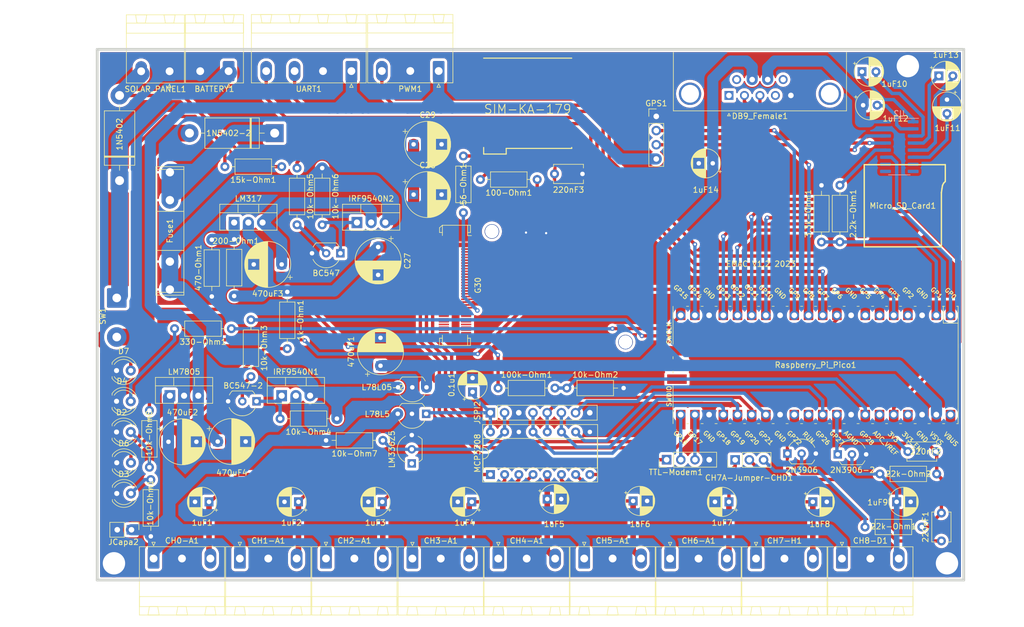
<source format=kicad_pcb>
(kicad_pcb (version 20211014) (generator pcbnew)
  (layers (0 "F.Cu" signal) (31 "B.Cu" signal) (34 "B.Paste" user) (35 "F.Paste" user) (36 "B.SilkS" user "B.Silkscreen") (37 "F.SilkS" user "F.Silkscreen") (38 "B.Mask" user) (39 "F.Mask" user) (44 "Edge.Cuts" user))
  (net 0 "")
  (net 1 "GNDREF")
  (net 2 "BATTERY")
  (net 3 "POWER_SENSORS")
  (net 4 "POWER_5V")
  (net 5 "POWER_CONNECTIVITY")
  (net 6 "GPS_RX")
  (net 7 "GPS_TX")
  (net 8 "CH8_INT")
  (net 9 "SD_DO")
  (net 10 "SD_DI")
  (net 11 "RX_Serie")
  (net 12 "TX_Serie")
  (net 13 "SD_CLK")
  (net 14 "UART_TX")
  (net 15 "UART_RX")
  (net 16 "PWM_SALIDA")
  (net 17 "ACTIVATE_SENSORS")
  (net 18 "Net-(1k-Ohm1-Pad2)")
  (net 19 "Net-(1N5402-Pad1)")
  (net 20 "Net-(15k-Ohm1-Pad1)")
  (net 21 "CONNECTIVITY_RX")
  (net 22 "CONNECTIVITY_TX")
  (net 23 "POWER_PICO_JUMPER")
  (net 24 "CH0")
  (net 25 "CH1")
  (net 26 "CH2")
  (net 27 "CH3")
  (net 28 "CH4")
  (net 29 "CH5")
  (net 30 "CH6")
  (net 31 "CH7_Hybrid")
  (net 32 "SD_CS")
  (net 33 "POWER_PICO")
  (net 38 "ADC_CS")
  (net 39 "ADC_DI")
  (net 40 "ADC_DO")
  (net 41 "ADC_CLK")
  (net 42 "ACTIVATE_CONNECTIVITY")
  (net 43 "CH8_Digital")
  (net 44 "CH7_Digital")
  (net 45 "CH7_Analog")
  (net 46 "BATTERY_LVL")
  (net 47 "CH7_INT")
  (net 48 "Net-(100k-Ohm1-Pad1)")
  (net 49 "Net-(10k-Ohm1-Pad2)")
  (net 50 "Net-(10k-Ohm3-Pad2)")
  (net 51 "Net-(10k-Ohm4-Pad2)")
  (net 52 "3.3V")
  (net 53 "POWER_ADC")
  (net 54 "Vref_ADC")
  (net 55 "Net-(1N5402-2-Pad1)")
  (net 56 "Net-(10k-Ohm5-Pad2)")
  (net 57 "Net-(1uF10-Pad1)")
  (net 58 "Net-(1uF10-Pad2)")
  (net 59 "Net-(1uF11-Pad2)")
  (net 60 "SPI2_CS")
  (net 61 "Net-(1uF12-Pad2)")
  (net 62 "Net-(1uF13-Pad1)")
  (net 63 "Net-(1uF13-Pad2)")
  (net 64 "Net-(10k-Ohm6-Pad2)")
  (net 65 "Net-(10k-Ohm8-Pad2)")
  (net 66 "Net-(15k-Ohm1-Pad2)")
  (net 67 "Net-(56-Ohm1-Pad2)")
  (net 68 "Net-(100-Ohm1-Pad2)")
  (net 69 "Net-(200-Ohm1-Pad1)")
  (net 70 "Net-(220nF3-Pad2)")
  (net 71 "Net-(470uF3-Pad1)")
  (net 73 "Net-(DB9_Female1-Pad2)")
  (net 74 "Net-(DB9_Female1-Pad3)")
  (net 78 "Net-(G30-Pad15)")
  (net 79 "Net-(G30-Pad13)")
  (net 101 "Net-(330-Ohm1-Pad2)")
  (net 120 "unconnected-(Raspberry_Pi_Pico1-Pad4)")
  (net 128 "Net-(G30-Pad44)")
  (net 130 "Net-(2.2k-Ohm1-Pad1)")
  (net 131 "Net-(10k-Ohm8-Pad1)")
  (net 132 "Net-(56-Ohm1-Pad1)")
  (net 133 "Net-(100-Ohm1-Pad1)")
  (net 134 "Net-(330-Ohm1-Pad1)")
  (footprint "Capacitor_THT:CP_Radial_D5.0mm_P2.50mm" (layer "F.Cu") (at 74 117 180)
    (fp_text reference "1uF1")
    (fp_text value "1u")
  )
  (footprint "Capacitor_THT:CP_Radial_D5.0mm_P2.50mm" (layer "F.Cu") (at 90 117 180)
    (fp_text reference "1uF2")
    (fp_text value "1u")
  )
  (footprint "Capacitor_THT:CP_Radial_D5.0mm_P2.50mm" (layer "F.Cu") (at 105 117 180)
    (fp_text reference "1uF3")
    (fp_text value "1u")
  )
  (footprint "Capacitor_THT:CP_Radial_D5.0mm_P2.50mm" (layer "F.Cu") (at 121 117 180)
    (fp_text reference "1uF4")
    (fp_text value "1u")
  )
  (footprint "Capacitor_THT:CP_Radial_D5.0mm_P2.50mm" (layer "F.Cu") (at 134.5 116.5)
    (fp_text reference "1uF5")
    (fp_text value "1u")
  )
  (footprint "Capacitor_THT:CP_Radial_D5.0mm_P2.50mm" (layer "F.Cu") (at 149.86 116.84)
    (fp_text reference "1uF6")
    (fp_text value "1u")
  )
  (footprint "Capacitor_THT:CP_Radial_D5.0mm_P2.50mm" (layer "F.Cu") (at 167 117 180)
    (fp_text reference "1uF7")
    (fp_text value "1u")
  )
  (footprint "Capacitor_THT:CP_Radial_D5.0mm_P2.50mm" (layer "F.Cu") (at 182 117)
    (fp_text reference "1uF8")
    (fp_text value "1u")
  )
  (footprint "Capacitor_THT:CP_Radial_D5.0mm_P2.50mm" (layer "F.Cu") (at 197 117)
    (fp_text reference "1uF9")
    (fp_text value "1u")
  )
  (footprint "Capacitor_THT:CP_Radial_D8.0mm_P5.00mm" (layer "F.Cu") (at 104.672651 92.64 90)
    (fp_text reference "470uF1")
    (fp_text value "470u")
  )
  (footprint "Capacitor_THT:CP_Radial_D8.0mm_P5.00mm" (layer "F.Cu") (at 66.746 106.25)
    (fp_text reference "470uF2")
    (fp_text value "470u")
  )
  (footprint "Capacitor_THT:CP_Radial_D8.0mm_P5.00mm" (layer "F.Cu") (at 75.56 106.21)
    (fp_text reference "470uF4")
    (fp_text value "470u")
  )
  (footprint "Capacitor_THT:CP_Radial_D8.0mm_P5.00mm" (layer "F.Cu") (at 87 74.5 180)
    (fp_text reference "470uF3")
    (fp_text value "470u")
  )
  (footprint "Connector_Dsub:DSUB-9_Female_Horizontal_P2.77x2.84mm_EdgePinOffset4.94mm_Housed_MountingHolesOffset7.48mm" (layer "F.Cu") (at 167 44.25 180)
    (fp_text reference "DB9_Female1")
    (fp_text value "DB9_Female")
  )
  (footprint "Resistor_THT:R_Axial_DIN0207_L6.3mm_D2.5mm_P10.16mm_Horizontal" (layer "F.Cu") (at 96.88 102.1 180)
    (fp_text reference "10k-Ohm4")
    (fp_text value "10k")
  )
  (footprint "Resistor_THT:R_Axial_DIN0207_L6.3mm_D2.5mm_P10.16mm_Horizontal" (layer "F.Cu") (at 89.746 57.25 -90)
    (fp_text reference "10k-Ohm5")
    (fp_text value "10k")
  )
  (footprint "Resistor_THT:R_Axial_DIN0207_L6.3mm_D2.5mm_P10.16mm_Horizontal" (layer "F.Cu") (at 94.246 57.25 -90)
    (fp_text reference "10k-Ohm6")
    (fp_text value "10k")
  )
  (footprint "Connector_Wire:SolderWire-0.75sqmm_1x02_P7mm_D1.25mm_OD3.5mm" (layer "F.Cu") (at 57.5 80.5 -90)
    (fp_text reference "SW1")
    (fp_text value "SW_SPST")
  )
  (footprint "Resistor_THT:R_Axial_DIN0207_L6.3mm_D2.5mm_P10.16mm_Horizontal" (layer "F.Cu") (at 78 86 180)
    (fp_text reference "330-Ohm1")
    (fp_text value "330")
  )
  (footprint "LED_THT:LED_D4.0mm" (layer "F.Cu") (at 57.46 104.5)
    (fp_text reference "D2")
    (fp_text value "LED")
  )
  (footprint "LED_THT:LED_D4.0mm" (layer "F.Cu") (at 57.5 115.5)
    (fp_text reference "D3")
    (fp_text value "LED")
  )
  (footprint "LED_THT:LED_D4.0mm" (layer "F.Cu") (at 57.46 99)
    (fp_text reference "D4")
    (fp_text value "LED")
  )
  (footprint "Resistor_THT:R_Axial_DIN0207_L6.3mm_D2.5mm_P10.16mm_Horizontal" (layer "F.Cu") (at 63.34 100.65 -90)
    (fp_text reference "10k-Ohm8")
    (fp_text value "10k")
  )
  (footprint "Resistor_THT:R_Axial_DIN0207_L6.3mm_D2.5mm_P10.16mm_Horizontal" (layer "F.Cu") (at 63.59 123.18 90)
    (fp_text reference "10k-Ohm1")
    (fp_text value "10k")
  )
  (footprint "Resistor_THT:R_Axial_DIN0207_L6.3mm_D2.5mm_P10.16mm_Horizontal" (layer "F.Cu") (at 81.5 84.42 -90)
    (fp_text reference "10k-Ohm3")
    (fp_text value "10k")
  )
  (footprint "Diode_THT:D_DO-201AD_P15.24mm_Horizontal" (layer "F.Cu") (at 85.746 51 180)
    (fp_text reference "1N5402-2")
    (fp_text value "1N5402")
  )
  (footprint "PhoenixContact_MSTBA_2,5_3-G-5,08_1x03_P5.08mm_Horizontal_borderless:PhoenixContact_MSTBA_2,5_3-G-5,08_1x03_P5.08mm_Horizontal_Borderless" (layer "F.Cu") (at 61.5458 124.6081)
    (fp_text reference "CH0-A1")
    (fp_text value "S0")
  )
  (footprint "PhoenixContact_MSTBA_2,5_3-G-5,08_1x03_P5.08mm_Horizontal_borderless:PhoenixContact_MSTBA_2,5_3-G-5,08_1x03_P5.08mm_Horizontal_Borderless" (layer "F.Cu") (at 76.978 124.6081)
    (fp_text reference "CH1-A1")
    (fp_text value "S1")
  )
  (footprint "PhoenixContact_MSTBA_2,5_3-G-5,08_1x03_P5.08mm_Horizontal_borderless:PhoenixContact_MSTBA_2,5_3-G-5,08_1x03_P5.08mm_Horizontal_Borderless" (layer "F.Cu") (at 92.38 124.6081)
    (fp_text reference "CH2-A1")
    (fp_text value "S2")
  )
  (footprint "PhoenixContact_MSTBA_2,5_3-G-5,08_1x03_P5.08mm_Horizontal_borderless:PhoenixContact_MSTBA_2,5_3-G-5,08_1x03_P5.08mm_Horizontal_Borderless" (layer "F.Cu") (at 107.839 124.619)
    (fp_text reference "CH3-A1")
    (fp_text value "S3")
  )
  (footprint "PhoenixContact_MSTBA_2,5_3-G-5,08_1x03_P5.08mm_Horizontal_borderless:PhoenixContact_MSTBA_2,5_3-G-5,08_1x03_P5.08mm_Horizontal_Borderless" (layer "F.Cu") (at 123.206 124.619)
    (fp_text reference "CH4-A1")
    (fp_text value "S4")
  )
  (footprint "PhoenixContact_MSTBA_2,5_3-G-5,08_1x03_P5.08mm_Horizontal_borderless:PhoenixContact_MSTBA_2,5_3-G-5,08_1x03_P5.08mm_Horizontal_Borderless" (layer "F.Cu") (at 138.573 124.606)
    (fp_text reference "CH5-A1")
    (fp_text value "S5")
  )
  (footprint "PhoenixContact_MSTBA_2,5_3-G-5,08_1x03_P5.08mm_Horizontal_borderless:PhoenixContact_MSTBA_2,5_3-G-5,08_1x03_P5.08mm_Horizontal_Borderless" (layer "F.Cu") (at 153.94 124.619)
    (fp_text reference "CH6-A1")
    (fp_text value "S6")
  )
  (footprint "PhoenixContact_MSTBA_2,5_3-G-5,08_1x03_P5.08mm_Horizontal_borderless:PhoenixContact_MSTBA_2,5_3-G-5,08_1x03_P5.08mm_Horizontal_Borderless" (layer "F.Cu") (at 169.307 124.619)
    (fp_text reference "CH7-H1")
    (fp_text value "S7")
  )
  (footprint "PhoenixContact_MSTBA_2,5_3-G-5,08_1x03_P5.08mm_Horizontal_borderless:PhoenixContact_MSTBA_2,5_3-G-5,08_1x03_P5.08mm_Horizontal_Borderless" (layer "F.Cu") (at 184.674 124.619)
    (fp_text reference "CH8-D1")
    (fp_text value "S8")
  )
  (footprint "PhoenixContact_MSTBA_2,5_3-G-5,08_1x03_P5.08mm_Horizontal_borderless:PhoenixContact_MSTBA_2,5_3-G-5,08_1x03_P5.08mm_Horizontal_Borderless" (layer "F.Cu") (at 117.62 42.4152 180)
    (fp_text reference "PWM1")
    (fp_text value "Salida PWM")
  )
  (footprint "Package_TO_SOT_THT:TO-220-3_Vertical" (layer "F.Cu") (at 67 98)
    (fp_text reference "LM7805")
    (fp_text value "LM7805_TO220")
  )
  (footprint "Package_TO_SOT_THT:TO-220-3_Vertical" (layer "F.Cu") (at 87 98)
    (fp_text reference "IRF9540N1")
    (fp_text value "IRF9540N")
  )
  (footprint "Package_TO_SOT_THT:TO-220-3_Vertical" (layer "F.Cu") (at 100.46 67)
    (fp_text reference "IRF9540N2")
    (fp_text value "IRF9540N")
  )
  (footprint "PhoenixContact_Borderless:PhoenixContact_MSTBA_2,5_2-G-5,08_1x02_P5.08mm_Horizontal_Borderless" (layer "F.Cu") (at 82.5875 43.7125 180)
    (fp_text reference "BATTERY1")
    (fp_text value "BATTERY")
  )
  (footprint "PhoenixContact_Borderless:PhoenixContact_MSTBA_2,5_4-G-5,08_1x04_P5.08mm_Horizontal_Borderless" (layer "F.Cu") (at 99.47 39.89 180)
    (fp_text reference "UART1")
    (fp_text value "Salida UART")
  )
  (footprint "Fuse Others:20x5" (layer "F.Cu") (at 67 79 90)
    (fp_text reference "Fuse1")
    (fp_text value "Fuse")
  )
  (footprint "Capacitor_THT:CP_Radial_D5.0mm_P2.50mm" (layer "F.Cu") (at 190.794888 40)
    (fp_text reference "1uF10")
    (fp_text value "1uF")
  )
  (footprint "Capacitor_THT:CP_Radial_D5.0mm_P2.50mm" (layer "F.Cu") (at 204.544888 40.75)
    (fp_text reference "1uF13")
    (fp_text value "1u")
  )
  (footprint "Capacitor_THT:CP_Radial_D5.0mm_P2.50mm" (layer "F.Cu") (at 206 45 -90)
    (fp_text reference "1uF11")
    (fp_text value "1u")
  )
  (footprint "Capacitor_THT:CP_Radial_D5.0mm_P2.50mm" (layer "F.Cu") (at 191 46)
    (fp_text reference "1uF12")
    (fp_text value "1u")
  )
  (footprint "Capacitor_THT:CP_Radial_D5.0mm_P2.50mm" (layer "F.Cu") (at 164.105113 56.4 180)
    (fp_text reference "1uF14")
    (fp_text value "1u")
  )
  (footprint "Package_TO_SOT_THT:TO-92_Inline_Wide" (layer "F.Cu") (at 97.5 72.5 180)
    (fp_text reference "BC547")
    (fp_text value "BC547")
  )
  (footprint "Connector_PinHeader_2.54mm:PinHeader_1x04_P2.54mm_Vertical" (layer "F.Cu") (at 154 48)
    (fp_text reference "GPS1")
    (fp_text value "GPS")
  )
  (footprint "Package_TO_SOT_THT:TO-92_Inline_Wide" (layer "F.Cu") (at 82.5 99 180)
    (fp_text reference "BC547-2")
    (fp_text value "BC547")
  )
  (footprint "Package_TO_SOT_THT:TO-220-3_Vertical" (layer "F.Cu") (at 78.5 67)
    (fp_text reference "LM317")
    (fp_text value "LM317_TO-220")
  )
  (footprint "Package_TO_SOT_THT:TO-92_Inline_Wide" (layer "F.Cu") (at 112.9 96.5 180)
    (fp_text reference "L78L05-2")
    (fp_text value "L78L05_TO92")
  )
  (footprint "Diode_THT:D_DO-201AD_P15.24mm_Horizontal" (layer "F.Cu") (at 58 59.5 90)
    (fp_text reference "1N5402")
    (fp_text value "1N5402")
  )
  (footprint "Capacitor_THT:CP_Radial_D8.0mm_P5.00mm" (layer "F.Cu") (at 110.597349 53)
    (fp_text reference "C29")
    (fp_text value "470u")
  )
  (footprint "Capacitor_THT:CP_Radial_D5.0mm_P2.50mm" (layer "F.Cu") (at 121.14 97.325113 90)
    (fp_text reference "0.1u1")
    (fp_text value "0.1u")
  )
  (footprint "Resistor_THT:R_Axial_DIN0207_L6.3mm_D2.5mm_P10.16mm_Horizontal" (layer "F.Cu") (at 138 96.63)
    (fp_text reference "10k-Ohm2")
    (fp_text value "10k")
  )
  (footprint "Package_TO_SOT_THT:TO-92_Inline_Wide" (layer "F.Cu") (at 177.46 108.36)
    (fp_text reference "2N3906")
    (fp_text value "2N3906")
  )
  (footprint "Connector_PinHeader_2.54mm:PinHeader_1x04_P2.54mm_Vertical" (layer "F.Cu") (at 155.85 109.46 90)
    (fp_text reference "TTL-Modem1")
    (fp_text value "TTL-Modem")
  )
  (footprint "Package_TO_SOT_THT:TO-92_Inline_Wide" (layer "F.Cu") (at 112.84 101.24 180)
    (fp_text reference "L78L5")
    (fp_text value "L78L05_TO92")
  )
  (footprint "Package_TO_SOT_THT:TO-92_Inline_Wide" (layer "F.Cu") (at 186.46 108.5)
    (fp_text reference "2N3906-2")
    (fp_text value "2N3906")
  )
  (footprint "PhoenixContact_Borderless:PhoenixContact_MSTBA_2,5_2-G-5,08_1x02_P5.08mm_Horizontal_Borderless" (layer "F.Cu") (at 72.0275 43.7325 180)
    (fp_text reference "SOLAR_PANEL1")
    (fp_text value "SOLAR_PANEL")
  )
  (footprint "Resistor_THT:R_Axial_DIN0207_L6.3mm_D2.5mm_P10.16mm_Horizontal" (layer "F.Cu") (at 87 57 180)
    (fp_text reference "15k-Ohm1")
    (fp_text value "15k")
  )
  (footprint "Connector_Molex:Molex_SlimStack_52991-0708_2x35_P0.50mm_Vertical" (layer "F.Cu") (at 118 78.25 -90)
    (fp_text reference "G30")
    (fp_text value "G30")
  )
  (footprint "Resistor_THT:R_Axial_DIN0207_L6.3mm_D2.5mm_P10.16mm_Horizontal" (layer "F.Cu") (at 105.1 106 180)
    (fp_text reference "10k-Ohm7")
    (fp_text value "10k")
  )
  (footprint "Resistor_THT:R_Axial_DIN0207_L6.3mm_D2.5mm_P10.16mm_Horizontal" (layer "F.Cu") (at 186.85 60.32 -90)
    (fp_text reference "2.2k-Ohm1")
    (fp_text value "2.2k")
  )
  (footprint "Resistor_THT:R_Axial_DIN0207_L6.3mm_D2.5mm_P10.16mm_Horizontal" (layer "F.Cu") (at 125.71 96.63)
    (fp_text reference "100k-Ohm1")
    (fp_text value "100k")
  )
  (footprint "Resistor_THT:R_Axial_DIN0207_L6.3mm_D2.5mm_P10.16mm_Horizontal" (layer "F.Cu") (at 194 112)
    (fp_text reference "22k-Ohm2")
    (fp_text value "22k")
  )
  (footprint "LED_THT:LED_D4.0mm" (layer "F.Cu") (at 57.5 110)
    (fp_text reference "D6")
    (fp_text value "LED")
  )
  (footprint "Resistor_THT:R_Axial_DIN0207_L6.3mm_D2.5mm_P10.16mm_Horizontal" (layer "F.Cu") (at 88 79.42 -90)
    (fp_text reference "1k-Ohm1")
    (fp_text value "1k")
  )
  (footprint "Resistor_THT:R_Axial_DIN0207_L6.3mm_D2.5mm_P10.16mm_Horizontal" (layer "F.Cu") (at 183.55 70.5 90)
    (fp_text reference "3.3k-Ohm1")
    (fp_text value "3.3k")
  )
  (footprint "Connector_PinHeader_2.54mm:PinHeader_1x08_P2.54mm_Vertical" (layer "F.Cu") (at 124.325 101.05 90)
    (fp_text reference "JSPI2")
    (fp_text value "Conn_01x08")
  )
  (footprint "Connector_PinHeader_2.54mm:PinHeader_1x02_P2.54mm_Vertical" (layer "F.Cu") (at 60.13 122 -90)
    (fp_text reference "JCapa2")
    (fp_text value "Conn_01x02")
  )
  (footprint "Package_TO_SOT_THT:TO-92_Inline_Wide" (layer "F.Cu") (at 110.27 110.13 90)
    (fp_text reference "LM336Z5")
    (fp_text value "LM336Z5")
  )
  (footprint "Resistor_THT:R_Axial_DIN0207_L6.3mm_D2.5mm_P10.16mm_Horizontal" (layer "F.Cu") (at 78.5 70 -90)
    (fp_text reference "200-Ohm1")
    (fp_text value "220")
  )
  (footprint "Resistor_THT:R_Axial_DIN0207_L6.3mm_D2.5mm_P10.16mm_Horizontal" (layer "F.Cu") (at 74.5 70.08 -90)
    (fp_text reference "470-Ohm1")
    (fp_text value "470")
  )
  (footprint "Resistor_THT:R_Axial_DIN0207_L6.3mm_D2.5mm_P10.16mm_Horizontal" (layer "F.Cu") (at 119.5 65.25 90)
    (fp_text reference "56-Ohm1")
    (fp_text value "56")
  )
  (footprint "Connector_PinHeader_2.54mm:PinHeader_1x03_P2.54mm_Vertical" (layer "F.Cu") (at 168.11 109.49 90)
    (fp_text reference "CH7A-Jumper-CHD1")
    (fp_text value "Salida PWM")
  )
  (footprint "Capacitor_THT:C_Disc_D5.1mm_W3.2mm_P5.00mm" (layer "F.Cu") (at 140.8 58.3 180)
    (fp_text reference "220nF3")
    (fp_text value "220nF")
  )
  (footprint "SIM7100-6-1-15-00-A_REVC:GCT_SIM7100-6-1-15-00-A_REVC" (layer "F.Cu") (at 130.75 55.9625 180)
    (fp_text reference "SIM-KA-179")
    (fp_text value "SIM-KA-179")
  )
  (footprint "Capacitor_THT:CP_Radial_D8.0mm_P5.00mm" (layer "F.Cu") (at 104.25 71.38 -90)
    (fp_text reference "C27")
    (fp_text value "470u")
  )
  (footprint "Capacitor_THT:C_Disc_D5.1mm_W3.2mm_P5.00mm" (layer "F.Cu") (at 205 124 90)
    (fp_text reference "220nF1")
    (fp_text value "220nF")
  )
  (footprint "Capacitor_THT:C_Disc_D5.1mm_W3.2mm_P5.00mm" (layer "F.Cu") (at 199 108)
    (fp_text reference "220nF2")
    (fp_text value "220nF")
  )
  (footprint "microsd:GCT-MEM2055-00-190-01-A" (layer "F.Cu") (at 190 64 -90)
    (fp_text reference "Micro_SD_Card1")
    (fp_text value "Micro_SD_Card")
  )
  (footprint "MCU_RaspberryPi_and_Boards:RPi_Pico_SMD_TH" (layer "F.Cu") (at 182.5 92.5 -90)
    (fp_text reference "Raspberry_Pi_Pico1")
    (fp_text value "Pico")
  )
  (footprint "Package_DIP:DIP-16_W7.62mm_Socket" (layer "F.Cu") (at 124.34 112.11 90)
    (fp_text reference "MCP3208")
    (fp_text value "MCP3208")
  )
  (footprint "LED_THT:LED_D4.0mm" (layer "F.Cu") (at 57.46 93.5)
    (fp_text reference "D7")
    (fp_text value "LED")
  )
  (footprint "Capacitor_THT:CP_Radial_D8.0mm_P5.00mm" (layer "F.Cu") (at 110.597349 62)
    (fp_text reference "C28")
    (fp_text value "470u")
  )
  (footprint "Resistor_THT:R_Axial_DIN0207_L6.3mm_D2.5mm_P10.16mm_Horizontal" (layer "F.Cu") (at 191.34 121.5)
    (fp_text reference "22k-Ohm1")
    (fp_text value "22k")
  )
  (footprint "Resistor_THT:R_Axial_DIN0207_L6.3mm_D2.5mm_P10.16mm_Horizontal" (layer "F.Cu") (at 132.7 59.3 180)
    (fp_text reference "100-Ohm1")
    (fp_text value "100")
  )
  (footprint "Package_SO:SOIC-16_3.9x9.9mm_P1.27mm" (layer "B.Cu") (at 197.475 53.405 180)
    (fp_text reference "U2")
    (fp_text value "MAX232")
  )
  (gr_line (start 209 131) (end 54 131) (layer "Edge.Cuts") (width 0.5))
  (gr_line (start 54 36) (end 209 36) (layer "Edge.Cuts") (width 0.5))
  (gr_line (start 54 131) (end 54 36) (layer "Edge.Cuts") (width 0.5))
  (gr_line (start 209 36) (end 209 131) (layer "Edge.Cuts") (width 0.5))
  (gr_text "EMAC V1.2 2023" (at 172.72 74.422) (layer "F.SilkS") (effects (font (size 1 1))))
  (via (at 124.6 68.6) (size 2.6) (drill 2.4) (layers "F.Cu" "B.Cu") (net 0))
  (via (at 148.5 88.4) (size 2.6) (drill 2.4) (layers "F.Cu" "B.Cu") (net 0))
  (segment (start 79.90609 107.894888) (end 71.5 116.300978) (width 0.6) (layer "F.Cu") (net 1))
  (segment (start 142.105 104.475) (end 142.12 104.49) (width 0.6) (layer "F.Cu") (net 1))
  (segment (start 145.59 39.21) (end 145.5525 39.1725) (width 0.6) (layer "F.Cu") (net 1))
  (segment (start 142.12 104.49) (end 140.329511 102.699511) (width 0.6) (layer "F.Cu") (net 1))
  (segment (start 129.405 98.035) (end 129.405 98.915) (width 0.6) (layer "F.Cu") (net 1))
  (segment (start 129.405 98.915) (end 129.405 98.894022) (width 0.6) (layer "F.Cu") (net 1))
  (segment (start 92.42 72.5) (end 96.3 76.38) (width 0.6) (layer "F.Cu") (net 1))
  (segment (start 163.45 109.44) (end 163.47 109.46) (width 0.6) (layer "F.Cu") (net 1))
  (segment (start 115.597349 53) (end 115.597349 62) (width 0.6) (layer "F.Cu") (net 1))
  (segment (start 146.560489 95.030489) (end 132.409511 95.030489) (width 0.6) (layer "F.Cu") (net 1))
  (segment (start 71.300489 117.199511) (end 59.199511 117.199511) (width 0.6) (layer "F.Cu") (net 1))
  (segment (start 122.66 51.84) (end 123.75 50.75) (width 0.6) (layer "F.Cu") (net 1))
  (segment (start 191.54 108.5) (end 191.54 109.56) (width 0.6) (layer "F.Cu") (net 1))
  (segment (start 80.56 107.27) (end 81.184888 107.894888) (width 0.6) (layer "F.Cu") (net 1))
  (segment (start 148.16 96.63) (end 146.560489 95.030489) (width 0.6) (layer "F.Cu") (net 1))
  (segment (start 123.75 50.75) (end 138.25 50.75) (width 0.6) (layer "F.Cu") (net 1))
  (segment (start 115.597349 62) (end 115.597349 69.397829) (width 0.6) (layer "F.Cu") (net 1))
  (segment (start 191.54 108.5) (end 191.54 106.639022) (width 0.6) (layer "F.Cu") (net 1))
  (segment (start 129.210489 98.229511) (end 129.405 98.035) (width 0.6) (layer "F.Cu") (net 1))
  (segment (start 188.85 103.949022) (end 189.900489 104.999511) (width 0.6) (layer "F.Cu") (net 1))
  (segment (start 181.349511 41.150489) (end 188.746355 41.150489) (width 0.6) (layer "F.Cu") (net 1))
  (segment (start 145.21 39.21) (end 154 48) (width 0.6) (layer "F.Cu") (net 1))
  (segment (start 115.597349 69.397829) (end 116 69.80048) (width 0.6) (layer "F.Cu") (net 1))
  (segment (start 139.34 52.4725) (end 137.135 54.6775) (width 0.6) (layer "F.Cu") (net 1))
  (segment (start 84 72.5) (end 82 74.5) (width 0.6) (layer "F.Cu") (net 1))
  (segment (start 145.5525 39.1725) (end 139.34 39.1725) (width 0.6) (layer "F.Cu") (net 1))
  (segment (start 129.42 101.065) (end 129.405 101.05) (width 0.6) (layer "F.Cu") (net 1))
  (segment (start 116 69.75) (end 116 70) (width 0.25) (layer "F.Cu") (net 1))
  (segment (start 71.5 117) (end 71.300489 117.199511) (width 0.6) (layer "F.Cu") (net 1))
  (segment (start 130.880489 102.699511) (end 129.42 104.16) (width 0.6) (layer "F.Cu") (net 1))
  (segment (start 80.56 106.21) (end 80.56 107.240978) (width 0.6) (layer "F.Cu") (net 1))
  (segment (start 188.85 101.39) (end 188.85 99.94) (width 0.6) (layer "F.Cu") (net 1))
  (segment (start 80.56 107.240978) (end 79.90609 107.894888) (width 0.6) (layer "F.Cu") (net 1))
  (segment (start 163.45 100.630978) (end 162.549022 99.73) (width 0.6) (layer "F.Cu") (net 1))
  (segment (start 143.754511 99.400489) (end 142.105 101.05) (width 0.6) (layer "F.Cu") (net 1))
  (segment (start 120 69.75) (end 120 70) (width 0.25) (layer "F.Cu") (net 1))
  (segment (start 120 81.75) (end 118.800978 81.75) (width 0.25) (layer "F.Cu") (net 1))
  (segment (start 109.76 51.2) (end 107.34 51.2) (width 0.6) (layer "F.Cu") (net 1))
  (segment (start 129.42 104.16) (end 129.42 104.49) (width 0.6) (layer "F.Cu") (net 1))
  (segment (start 145.21 39.21) (end 145.59 39.21) (width 0.6) (layer "F.Cu") (net 1))
  (segment (start 104.672651 76.802651) (end 104.25 76.38) (width 0.6) (layer "F.Cu") (net 1))
  (segment (start 131.054511 102.699511) (end 130.880489 102.699511) (width 0.6) (layer "F.Cu") (net 1))
  (segment (start 201.55 72.4) (end 200.9 71.75) (width 0.6) (layer "F.Cu") (net 1))
  (segment (start 71.5 116.300978) (end 71.5 117) (width 0.6) (layer "F.Cu") (net 1))
  (segment (start 129.405 98.894022) (end 128.740489 98.229511) (width 0.6) (layer "F.Cu") (net 1))
  (segment (start 124.873974 98.056026) (end 121.643062 94.825113) (width 0.6) (layer "F.Cu") (net 1))
  (segment (start 89.5 107.894888) (end 81.184888 107.894888) (width 0.6) (layer "F.Cu") (net 1))
  (segment (start 109.198327 51.2) (end 109.76 51.2) (width 0.6) (layer "F.Cu") (net 1))
  (segment (start 107.34 51.2) (end 92.42 66.12) (width 0.6) (layer "F.Cu") (net 1))
  (segment (start 142.105 101.05) (end 142.105 104.475) (width 0.6) (layer "F.Cu") (net 1))
  (segment (start 96.3 76.38) (end 104.25 76.38) (width 0.6) (layer "F.Cu") (net 1))
  (segment (start 201.55 103.949022) (end 201.55 101.39) (width 0.6) (layer "F.Cu") (net 1))
  (segment (start 162.219511 99.400489) (end 143.754511 99.400489) (width 0.6) (layer "F.Cu") (net 1))
  (segment (start 188.85 99.94) (end 188.35 99.44) (width 0.6) (layer "F.Cu") (net 1))
  (segment (start 188.85 83.61) (end 188.85 101.39) (width 0.6) (layer "F.Cu") (net 1))
  (segment (start 80.56 106.21) (end 80.56 107.27) (width 0.6) (layer "F.Cu") (net 1))
  (segment (start 120 70) (end 116 70) (width 0.8) (layer "F.Cu") (net 1))
  (segment (start 109.76 51.2) (end 114.8 51.2) (width 0.6) (layer "F.Cu") (net 1))
  (segment (start 139.34 39.1725) (end 122.66 39.1725) (width 0.6) (layer "F.Cu") (net 1))
  (segment (start 188.746355 41.150489) (end 190.595866 43) (width 0.6) (layer "F.Cu") (net 1))
  (segment (start 140.329511 102.699511) (end 130.880489 102.699511) (width 0.6) (layer "F.Cu") (net 1))
  (segment (start 178.08 44.25) (end 181.179511 41.150489) (width 0.6) (layer "F.Cu") (net 1))
  (segment (start 69.1658 127.1481) (end 69.1658 119.3342) (width 0.6) (layer "F.Cu") (net 1))
  (segment (start 115.8 52.2) (end 115.8 52.797349) (width 0.6) (layer "F.Cu") (net 1))
  (segment (start 114.8 51.2) (end 115.8 52.2) (width 0.6) (layer "F.Cu") (net 1))
  (segment (start 125.04746 98.229511) (end 128.740489 98.229511) (width 0.6) (layer "F.Cu") (net 1))
  (segment (start 104.672651 87.64) (end 104.672651 76.802651) (width 0.6) (layer "F.Cu") (net 1))
  (segment (start 207.9 53.4) (end 207.9 46.9) (width 0.6) (layer "F.Cu") (net 1))
  (segment (start 162.219511 99.400489) (end 163.45 100.630978) (width 0.6) (layer "F.Cu") (net 1))
  (segment (start 188.85 101.39) (end 188.85 103.949022) (width 0.6) (layer "F.Cu") (net 1))
  (segment (start 207.9 53.4) (end 205.05 56.25) (width 0.6) (layer "F.Cu") (net 1))
  (segment (start 139.34 51.8025) (end 139.34 52.4725) (width 0.6) (layer "F.Cu") (net 1))
  (segment (start 191.75 67.25) (end 192.5 68) (width 0.6) (layer "F.Cu") (net 1))
  (segment (start 115.8 52.797349) (end 115.597349 53) (width 0.6) (layer "F.Cu") (net 1))
  (segment (start 189.900489 104.999511) (end 190.130978 105.23) (width 0.6) (layer "F.Cu") (net 1))
  (segment (start 120 70) (end 120 70.25) (width 0.25) (layer "F.Cu") (net 1))
  (segment (start 190.8 70.55) (end 190.8 71.15) (width 0.6) (layer "F.Cu") (net 1))
  (segment (start 124.873974 98.056026) (end 125.04746 98.229511) (width 0.6) (layer "F.Cu") (net 1))
  (segment (start 207.9 46.9) (end 206 45) (width 0.6) (layer "F.Cu") (net 1))
  (segment (start 163.45 100.630978) (end 163.45 101.39) (width 0.6) (layer "F.Cu") (net 1))
  (segment (start 107.425112 107.894888) (end 110.27 105.05) (width 0.6) (layer "F.Cu") (net 1))
  (segment (start 187.23 99.44) (end 176.72 99.44) (width 0.6) (layer "F.Cu") (net 1))
  (segment (start 92.42 72.5) (end 84 72.5) (width 0.6) (layer "F.Cu") (net 1))
  (segment (start 205.05 56.25) (end 201 56.25) (width 0.6) (layer "F.Cu") (net 1))
  (segment (start 116.697349 51.9) (end 117.3 51.9) (width 0.6) (layer "F.Cu") (net 1))
  (segment (start 59.199511 117.199511) (end 57.5 115.5) (width 0.6) (layer "F.Cu") (net 1))
  (segment (start 138.25 50.75) (end 139.34 51.84) (width 0.6) (layer "F.Cu") (net 1))
  (segment (start 191.54 106.639022) (end 189.900489 104.999511) (width 0.6) (layer "F.Cu") (net 1))
  (segment (start 140.455489 102.699511) (end 131.054511 102.699511) (width 0.6) (layer "F.Cu") (net 1))
  (segment (start 117.3 51.9) (end 117.36 51.84) (width 0.6) (layer "F.Cu") (net 1))
  (segment (start 92.42 66.12) (end 92.42 72.5) (width 0.6) (layer "F.Cu") (net 1))
  (segment (start 192.5 68) (end 192.5 70) (width 0.6) (layer "F.Cu") (net 1))
  (segment (start 201.55 83.61) (end 201.55 72.4) (width 0.6) (layer "F.Cu") (net 1))
  (segment (start 176.15 100.01) (end 176.15 101.39) (width 0.6) (layer "F.Cu") (net 1))
  (segment (start 190.8 67.25) (end 191.75 67.25) (width 0.6) (layer "F.Cu") (net 1))
  (segment (start 191.95 70.55) (end 190.8 70.55) (width 0.25) (layer "F.Cu") (net 1))
  (segment (start 176.72 99.44) (end 176.15 100.01) (width 0.6) (layer "F.Cu") (net 1))
  (segment (start 191.54 109.56) (end 190.9 110.2) (width 0.6) (layer "F.Cu") (net 1))
  (segment (start 206 44) (end 206 45) (width 0.6) (layer "F.Cu") (net 1))
  (segment (start 118.5 92.185113) (end 118.5 82.050978) (width 0.6) (layer "F.Cu") (net 1))
  (segment (start 69.1658 119.3342) (end 71.5 117) (width 0.6) (layer "F.Cu") (net 1))
  (segment (start 205 43) (end 206 44) (width 0.6) (layer "F.Cu") (net 1))
  (segment (start 89.5 107.894888) (end 107.425112 107.894888) (width 0.6) (layer "F.Cu") (net 1))
  (segment (start 116 70) (end 116 70.25) (width 0.25) (layer "F.Cu") (net 1))
  (segment (start 131.054511 102.699511) (end 129.405 101.05) (width 0.6) (layer "F.Cu") (net 1))
  (segment (start 129.405 99.225) (end 129.405 101.05) (width 0.6) (layer "F.Cu") (net 1))
  (segment (start 118.800978 81.75) (end 118.5 82.050978) (width 0.25) (layer "F.Cu") (net 1))
  (segment (start 190.595866 43) (end 205 43) (width 0.6) (layer "F.Cu") (net 1))
  (segment (start 182.54 109.44) (end 182.54 108.36) (width 0.6) (layer "F.Cu") (net 1))
  (segment (start 110.36 93.327349) (end 110.36 96.5) (width 0.6) (layer "F.Cu") (net 1))
  (segment (start 179.409022 39.21) (end 181.349511 41.150489) (width 0.6) (layer "F.Cu") (net 1))
  (segment (start 192.3 56.25) (end 191.4 57.15) (width 0.6) (layer "F.Cu") (net 1))
  (segment (start 115.597349 53) (end 116.697349 51.9) (width 0.6) (layer "F.Cu") (net 1))
  (segment (start 142.105 101.05) (end 140.455489 102.699511) (width 0.6) (layer "F.Cu") (net 1))
  (segment (start 132.409511 95.030489) (end 129.405 98.035) (width 0.6) (layer "F.Cu") (net 1))
  (segment (start 192.5 69.9) (end 192.5 69) (width 0.25) (layer "F.Cu") (net 1))
  (segment (start 190.8 70.55) (end 191.85 70.55) (width 0.6) (layer "F.Cu") (net 1))
  (segment (start 191.4 71.75) (end 200.9 71.75) (width 0.6) (layer "F.Cu") (net 1))
  (segment (start 121.643062 94.825113) (end 121.14 94.825113) (width 0.6) (layer "F.Cu") (net 1))
  (segment (start 183.3 110.2) (end 182.54 109.44) (width 0.6) (layer "F.Cu") (net 1))
  (segment (start 140.8 58.3) (end 140.7575 58.3) (width 0.6) (layer "F.Cu") (net 1))
  (segment (start 190.9 110.2) (end 183.3 110.2) (width 0.6) (layer "F.Cu") (net 1))
  (segment (start 121.14 94.825113) (end 118.5 92.185113) (width 0.6) (layer "F.Cu") (net 1))
  (segment (start 188.35 99.44) (end 187.23 99.44) (width 0.6) (layer "F.Cu") (net 1))
  (segment (start 163.45 101.39) (end 163.45 109.44) (width 0.6) (layer "F.Cu") (net 1))
  (segment (start 181.179511 41.150489) (end 181.349511 41.150489) (width 0.6) (layer "F.Cu") (net 1))
  (segment (start 201 56.25) (end 192.3 56.25) (width 0.6) (layer "F.Cu") (net 1))
  (segment (start 128.740489 98.229511) (end 129.210489 98.229511) (width 0.6) (layer "F.Cu") (net 1))
  (segment (start 104.672651 87.64) (end 110.36 93.327349) (width 0.6) (layer "F.Cu") (net 1))
  (segment (start 129.42 104.49) (end 129.42 101.065) (width 0.6) (layer "F.Cu") (net 1))
  (segment (start 145.59 39.21) (end 179.409022 39.21) (width 0.6) (layer "F.Cu") (net 1))
  (segment (start 129.405 98.915) (end 129.405 99.225) (width 0.6) (layer "F.Cu") (net 1))
  (segment (start 140.7575 58.3) (end 137.135 54.6775) (width 0.6) (layer "F.Cu") (net 1))
  (segment (start 117.36 51.84) (end 122.66 51.84) (width 0.6) (layer "F.Cu") (net 1))
  (segment (start 192.5 70) (end 191.95 70.55) (width 0.6) (layer "F.Cu") (net 1))
  (segment (start 120.75 70) (end 120 70) (width 0.25) (layer "F.Cu") (net 1))
  (segment (start 81.184888 107.894888) (end 79.90609 107.894888) (width 0.6) (layer "F.Cu") (net 1))
  (segment (start 190.8 71.15) (end 191.4 71.75) (width 0.6) (layer "F.Cu") (net 1))
  (via (at 134.3 68.9) (size 0.8) (drill 0.4) (layers "F.Cu" "B.Cu") (net 1))
  (via (at 199 39) (size 5) (drill 4) (layers "F.Cu" "B.Cu") (net 1))
  (via (at 206 128) (size 5) (drill 4) (layers "F.Cu" "B.Cu") (net 1))
  (via (at 57 128) (size 5) (drill 4) (layers "F.Cu" "B.Cu") (net 1))
  (via (at 130.7 68.8) (size 0.8) (drill 0.4) (layers "F.Cu" "B.Cu") (net 1))
  (segment (start 198.17548 52.230436) (end 198.17548 58.97548) (width 0.6) (layer "B.Cu") (net 1))
  (segment (start 163.45 103.95) (end 164.5 105) (width 0.6) (layer "B.Cu") (net 1))
  (segment (start 110.3 98.8) (end 110.3 96.56) (width 0.6) (layer "B.Cu") (net 1))
  (segment (start 82.05001 129.94999) (end 79.05001 129.94999) (width 0.6) (layer "B.Cu") (net 1))
  (segment (start 110.27 101.27) (end 110.3 101.24) (width 0.6) (layer "B.Cu") (net 1))
  (segment (start 64.78001 129.94999) (end 66.05001 129.94999) (width 0.6) (layer "B.Cu") (net 1))
  (segment (start 152.36 116.84) (end 152.36 119.86) (width 0.6) (layer "B.Cu") (net 1))
  (segment (start 113.05001 129.94999) (end 112.94999 129.94999) (width 0.6) (layer "B.Cu") (net 1))
  (segment (start 163.45 102.05) (end 163.45 103.95) (width 0.6) (layer "B.Cu") (net 1))
  (segment (start 176.927 128.073) (end 175.05001 129.94999) (width 0.6) (layer "B.Cu") (net 1))
  (segment (start 110 39.8752) (end 110 37.55038) (width 0.6) (layer "B.Cu") (net 1))
  (segment (start 182.54 107.04) (end 180.5 105) (width 0.6) (layer "B.Cu") (net 1))
  (segment (start 63.063444 129.94999) (end 60.306727 127.193273) (width 0.6) (layer "B.Cu") (net 1))
  (segment (start 207.9 46.9) (end 206 45) (width 0.6) (layer "B.Cu") (net 1))
  (segment (start 176.15 104.35) (end 176 104.5) (width 0.6) (layer "B.Cu") (net 1))
  (segment (start 176.15 103.35) (end 176.15 101.39) (width 0.6) (layer "B.Cu") (net 1))
  (segment (start 77.42 99) (end 77.42 103.07) (width 0.6) (layer "B.Cu") (net 1))
  (segment (start 84.598 127.402) (end 82.05001 129.94999) (width 0.6) (layer "B.Cu") (net 1))
  (segment (start 137 116.5) (end 137 119.5) (width 0.6) (layer "B.Cu") (net 1))
  (segment (start 102.5 117) (end 102.5 120) (width 0.6) (layer "B.Cu") (net 1))
  (segment (start 69.5 103.5) (end 69.54 103.46) (width 0.6) (layer "B.Cu") (net 1))
  (segment (start 204.05001 129.94999) (end 206 128) (width 0.6) (layer "B.Cu") (net 1))
  (segment (start 118.5 119.5) (end 119 120) (width 0.6) (layer "B.Cu") (net 1))
  (segment (start 73.36863 120) (end 71.5 118.13137) (width 0.6) (layer "B.Cu") (net 1))
  (segment (start 144.05001 129.94999) (end 158.94999 129.94999) (width 0.6) (layer "B.Cu") (net 1))
  (segment (start 176.15 83.61) (end 176.15 85.65) (width 0.6) (layer "B.Cu") (net 1))
  (segment (start 84.598 127.1481) (end 84.598 127.402) (width 0.6) (layer "B.Cu") (net 1))
  (segment (start 187.535 120) (end 192.294 124.759) (width 0.6) (layer "B.Cu") (net 1))
  (segment (start 194.94999 129.94999) (end 199.55001 129.94999) (width 0.6) (layer "B.Cu") (net 1))
  (segment (start 72.4275 39.9025) (end 66.9675 39.9025) (width 0.6) (layer "B.Cu") (net 1))
  (segment (start 205.1 59.7) (end 207.9 56.9) (width 0.6) (layer "B.Cu") (net 1))
  (segment (start 164.5 120) (end 184.5 120) (width 0.6) (layer "B.Cu") (net 1))
  (segment (start 193.952176 50.23) (end 195 50.23) (width 0.6) (layer "B.Cu") (net 1))
  (segment (start 159.705113 58.3) (end 140.8 58.3) (width 0.6) (layer "B.Cu") (net 1))
  (segment (start 158.94999 129.94999) (end 174.94999 129.94999) (width 0.6) (layer "B.Cu") (net 1))
  (segment (start 164.5 105) (end 175 105) (width 0.6) (layer "B.Cu") (net 1))
  (segment (start 189 86) (end 201 86) (width 0.6) (layer "B.Cu") (net 1))
  (segment (start 94.29048 37.29048) (end 93.70952 37.29048) (width 0.6) (layer "B.Cu") (net 1))
  (segment (start 201.5 106.5) (end 201.5 104.1) (width 0.6) (layer "B.Cu") (net 1))
  (segment (start 69.5 104.5) (end 69.5 103.5) (width 0.6) (layer "B.Cu") (net 1))
  (segment (start 94.39 38.11) (end 94.39 39.89) (width 0.6) (layer "B.Cu") (net 1))
  (segment (start 175.05001 129.94999) (end 174.94999 129.94999) (width 0.6) (layer "B.Cu") (net 1))
  (segment (start 93.70952 37.29048) (end 75.03952 37.29048) (width 0.6) (layer "B.Cu") (net 1))
  (segment (start 182.54 108.36) (end 182.54 107.04) (width 0.6) (layer "B.Cu") (net 1))
  (segment (start 110.27 105.05) (end 110.27 101.27) (width 0.6) (layer "B.Cu") (net 1))
  (segment (start 161.605113 55.605113) (end 161.605113 56.4) (width 0.6) (layer "B.Cu") (net 1))
  (segment (start 163.66 101.46) (end 163.48 101.28) (width 0.6) (layer "B.Cu") (net 1))
  (segment (start 97.00481 37.27519) (end 96.98952 37.29048) (width 0.6) (layer "B.Cu") (net 1))
  (segment (start 118.5 117) (end 118.5 119.5) (width 0.6) (layer "B.Cu") (net 1))
  (segment (start 66.05001 129.94999) (end 68.8519 127.1481) (width 0.6) (layer "B.Cu") (net 1))
  (segment (start 159.05001 129.94999) (end 158.94999 129.94999) (width 0.6) (layer "B.Cu") (net 1))
  (segment (start 177 105) (end 176 105) (width 0.6) (layer "B.Cu") (net 1))
  (segment (start 188.85 85.85) (end 189 86) (width 0.6) (layer "B.Cu") (net 1))
  (segment (start 199.55001 129.94999) (end 204.05001 129.94999) (width 0.6) (layer "B.Cu") (net 1))
  (segment (start 57.59 122.32) (end 57.59 122) (width 0.6) (layer "B.Cu") (net 1))
  (segment (start 201 86) (end 201.55 85.45) (width 0.6) (layer "B.Cu") (net 1))
  (segment (start 161.605113 56.4) (end 159.705113 58.3) (width 0.6) (layer "B.Cu") (net 1))
  (segment (start 137.5 120) (end 152.5 120) (width 0.6) (layer "B.Cu") (net 1))
  (segment (start 71.25 106.25) (end 69.5 104.5) (width 0.6) (layer "B.Cu") (net 1))
  (segment (start 102.5 120) (end 119 120) (width 0.6) (layer "B.Cu") (net 1))
  (segment (start 80.56 106.21) (end 78.76048 108.00952) (width 0.6) (layer "B.Cu") (net 1))
  (segment (start 201 110.5) (end 201.5 111) (width 0.6) (layer "B.Cu") (net 1))
  (segment (start 176.15 100.85) (end 176.15 101.39) (width 0.6) (layer "B.Cu") (net 1))
  (segment (start 184.5 120) (end 187.535 120) (width 0.6) (layer "B.Cu") (net 1))
  (segment (start 100 127.1481) (end 99.8519 127.1481) (width 0.6) (layer "B.Cu") (net 1))
  (segment (start 176.15 104.15) (end 177 105) (width 0.6) (layer "B.Cu") (net 1))
  (segment (start 87.5 117) (end 84.5 120) (width 0.6) (layer "B.Cu") (net 1))
  (segment (start 201.5 104.1) (end 201.55 104.05) (width 0.6) (layer "B.Cu") (net 1))
  (segment (start 72.85999 129.94999) (end 79.05001 129.94999) (width 0.6) (layer "B.Cu") (net 1))
  (segment (start 201 110.5) (end 201.5 110) (width 0.6) (layer "B.Cu") (net 1))
  (segment (start 110.3 96.56) (end 110.36 96.5) (width 0.6) (layer "B.Cu") (net 1))
  (segment (start 71.5 118.13137) (end 71.5 117) (width 0.6) (layer "B.Cu") (net 1))
  (segment (start 71.746 106.25) (end 71.25 106.25) (width 0.6) (layer "B.Cu") (net 1))
  (segment (start 152.36 119.86) (end 152.5 120) (width 0.6) (layer "B.Cu") (net 1))
  (segment (start 69.1658 127.1481) (end 69.1658 127.1658) (width 0.6) (layer "B.Cu") (net 1))
  (segment (start 60.299511 127.186057) (end 60.299511 125.029511) (width 0.6) (layer "B.Cu") (net 1))
  (segment (start 130.826 127.174) (end 128.05001 129.94999) (width 0.6) (layer "B.Cu") (net 1))
  (segment (start 110.3 99.03) (end 110.3 98.8) (width 0.6) (layer "B.Cu") (net 1))
  (segment (start 57.46 104.46) (end 57.5 104.5) (width 0.6) (layer "B.Cu") (net 1))
  (segment (start 66.9675 39.9025) (end 66.9475 39.9225) (width 0.6) (layer "B.Cu") (net 1))
  (segment (start 146.193 127.807) (end 144.05001 129.94999) (width 0.6) (layer "B.Cu") (net 1))
  (segment (start 94.39 37.39) (end 94.29048 37.29048) (width 0.6) (layer "B.Cu") (net 1))
  (segment (start 201.5 111) (end 201.5 110) (width 0.6) (layer "B.Cu") (net 1))
  (segment (start 73.50552 108.00952) (end 71.746 106.25) (width 0.6) (layer "B.Cu") (net 1))
  (segment (start 94.39 37.97096) (end 93.70952 37.29048) (width 0.6) (layer "B.Cu") (net 1))
  (segment (start 78.76048 108.00952) (end 73.50552 108.00952) (width 0.6) (layer "B.Cu") (net 1))
  (segment (start 190.05001 129.94999) (end 192.294 127.706) (width 0.6) (layer "B.Cu") (net 1))
  (segment (start 201.5 110) (end 201.5 106.5) (width 0.6) (layer "B.Cu") (net 1))
  (segment (start 84.5 120) (end 73.36863 120) (width 0.6) (layer "B.Cu") (net 1))
  (segment (start 176.927 127.159) (end 176.927 128.073) (width 0.6) (layer "B.Cu") (net 1))
  (segment (start 201.58 101.28) (end 201.58 101.42) (width 0.6) (layer "B.Cu") (net 1))
  (segment (start 60.299511 125.029511) (end 57.59 122.32) (width 0.6) (layer "B.Cu") (net 1))
  (segment (start 163.45 83.61) (end 163.45 84.45) (width 0.6) (layer "B.Cu") (net 1))
  (segment (start 192.294 127.159) (end 192.294 127.294) (width 0.6) (layer "B.Cu") (net 1))
  (segment (start 176 104.5) (end 176 105) (width 0.6) (layer "B.Cu") (net 1))
  (segment (start 57.5 121.91) (end 57.59 122) (width 0.6) (layer "B.Cu") (net 1))
  (segment (start 163.45 101.39) (end 163.45 102.05) (width 0.6) (layer "B.Cu") (net 1))
  (segment (start 57.5 110) (end 57.5 115.5) (width 0.6) (layer "B.Cu") (net 1))
  (segment (start 110.27519 37.27519) (end 97.00481 37.27519) (width 0.6) (layer "B.Cu") (net 1))
  (segment (start 75.03952 37.29048) (end 72.4275 39.9025) (width 0.6) (layer "B.Cu") (net 1))
  (segment (start 192.294 127.294) (end 194.94999 129.94999) (width 0.6) (layer "B.Cu") (net 1))
  (segment (start 130.826 127.159) (end 130.826 127.174) (width 0.6) (layer "B.Cu") (net 1))
  (segment (start 199.5 117) (end 199.5 129.89998) (width 0.6) (layer "B.Cu") (net 1))
  (segment (start 77.5 74.5) (end 74.5 77.5) (width 0.6) (layer "B.Cu") (net 1))
  (segment (start 57.46 93.5) (end 57.46 99) (width 0.6) (layer "B.Cu") (net 1))
  (segment (start 57.5 115.5) (end 57.5 121.91) (width 0.6) (layer "B.Cu") (net 1))
  (segment (start 57.5 104.5) (end 57.5 110) (width 0.6) (layer "B.Cu") (net 1))
  (segment (start 57.806727 127.193273) (end 57 128) (width 0.6) (layer "B.Cu") (net 1))
  (segment (start 95.20952 37.29048) (end 94.29048 37.29048) (width 0.6) (layer "B.Cu") (net 1))
  (segment (start 137 119.5) (end 137.5 120) (width 0.6) (layer "B.Cu") (net 1))
  (segment (start 199.5 117) (end 201.5 115) (width 0.6) (layer "B.Cu") (net 1))
  (segment (start 110.3 101.24) (end 110.3 99.03) (width 0.6) (layer "B.Cu") (net 1))
  (segment (start 184.5 117) (end 184.5 120) (width 0.6) (layer "B.Cu") (net 1))
  (segment (start 194.5 108.5) (end 196.5 110.5) (width 0.6) (layer "B.Cu") (net 1))
  (segment (start 152.5 120) (end 154 120) (width 0.6) (layer "B.Cu") (net 1))
  (segment (start 119 120) (end 137.5 120) (width 0.6) (layer "B.Cu") (net 1))
  (segment (start 94.39 39.89) (end 94.39 37.97096) (width 0.6) (layer "B.Cu") (net 1))
  (segment (start 110 37.55038) (end 110.27519 37.27519) (width 0.6) (layer "B.Cu") (net 1))
  (segment (start 77.42 103.07) (end 80.56 106.21) (width 0.6) (layer "B.Cu") (net 1))
  (segment (start 154 120) (end 161 120) (width 0.6) (layer "B.Cu") (net 1))
  (segment (start 128.05001 129.94999) (end 127.94999 129.94999) (width 0.6) (layer "B.Cu") (net 1))
  (segment (start 164.5 117) (end 164.5 120) (width 0.6) (layer "B.Cu") (net 1))
  (segment (start 143.27519 37.27519) (end 154 48) (width 0.6) (layer "B.Cu") (net 1))
  (segment (start 72.85999 129.94999) (end 64.78001 129.94999) (width 0.6) (layer "B.Cu") (net 1))
  (segment (start 96.98952 37.29048) (end 95.20952 37.29048) (width 0.6) (layer "B.Cu") (net 1))
  (segment (start 127.94999 129.94999) (end 144.05001 129.94999) (width 0.6) (layer "B.Cu") (net 1))
  (segment (start 192.294 127.706) (end 192.294 127.159) (width 0.6) (layer "B.Cu") (net 1))
  (segment (start 175 105) (end 176.15 103.85) (width 0.6) (layer "B.Cu") (net 1))
  (segment (start 195 50.23) (end 196.175044 50.23) (width 0.6) (layer "B.Cu") (net 1))
  (segment (start 176.15 104.15) (end 176.15 104.35) (width 0.6) (layer "B.Cu") (net 1))
  (segment (start 69.1658 127.1658) (end 71.94999 129.94999) (width 0.6) (layer "B.Cu") (net 1))
  (segment (start 176 105) (end 175 105) (width 0.6) (layer "B.Cu") (net 1))
  (segment (start 146.193 127.146) (end 146.193 127.807) (width 0.6) (layer "B.Cu") (net 1))
  (segment (start 161 120) (end 164.5 120) (width 0.6) (layer "B.Cu") (net 1))
  (segment (start 176.15 103.35) (end 176.15 104.15) (width 0.6) (layer "B.Cu") (net 1))
  (segment (start 201.55 104.05) (end 201.55 101.39) (width 0.6) (layer "B.Cu") (net 1))
  (segment (start 154.5 48) (end 154 48) (width 0.6) (layer "B.Cu") (net 1))
  (segment (start 163.45 84.45) (end 165 86) (width 0.6) (layer "B.Cu") (net 1))
  (segment (start 161.56 127.159) (end 161.56 127.44) (width 0.6) (layer "B.Cu") (net 1))
  (segment (start 191.54 108.5) (end 194.5 108.5) (width 0.6) (layer "B.Cu") (net 1))
  (segment (start 174.94999 129.94999) (end 190.05001 129.94999) (width 0.6) (layer "B.Cu") (net 1))
  (segment (start 110.27519 37.27519) (end 143.27519 37.27519) (width 0.6) (layer "B.Cu") (net 1))
  (segment (start 115.459 127.541) (end 113.05001 129.94999) (width 0.6) (layer "B.Cu") (net 1))
  (segment (start 154 48) (end 161.605113 55.605113) (width 0.6) (layer "B.Cu") (net 1))
  (segment (start 207.9 56.9) (end 207.9 46.9) (width 0.6) (layer "B.Cu") (net 1))
  (segment (start 84.5 120) (end 102.5 120) (width 0.6) (layer "B.Cu") (net 1))
  (segment (start 69.54 103.46) (end 69.54 98) (width 0.6) (layer "B.Cu") (net 1))
  (segment (start 60.306727 127.193273) (end 57.806727 127.193273) (width 0.6) (layer "B.Cu") (net 1))
  (segment (start 161.56 127.44) (end 159.05001 129.94999) (width 0.6) (layer "B.Cu") (net 1))
  (segment (start 95.20952 37.29048) (end 94.39 38.11) (width 0.6) (layer "B.Cu") (net 1))
  (segment (start 183.55 49.72) (end 178.08 44.25) (width 0.6) (layer "B.Cu") (net 1))
  (segment (start 201.58 101.42) (end 201.5 101.5) (width 0.6) (layer "B.Cu") (net 1))
  (segment (start 82 74.5) (end 77.5 74.5) (width 0.6) (layer "B.Cu") (net 1))
  (segment (start 115.459 127.159) (end 115.459 127.541) (width 0.6) (layer "B.Cu") (net 1))
  (segment (start 165 86) (end 176.5 86) (width 0.6) (layer "B.Cu") (net 1))
  (segment (start 64.78001 129.94999) (end 63.063444 129.94999) (width 0.6) (layer "B.Cu") (net 1))
  (segment (start 201.5 115) (end 201.5 111) (width 0.6) (layer "B.Cu") (net 1))
  (segment (start 198.17548 58.97548) (end 198.9 59.7) (width 0.6) (layer "B.Cu") (net 1))
  (segment (start 97.05001 129.94999) (end 112.94999 129.94999) (width 0.6) (layer "B.Cu") (net 1))
  (segment (start 199.5 129.89998) (end 199.55001 129.94999) (width 0.6) (layer "B.Cu") (net 1))
  (segment (start 201.55 85.45) (end 201.55 83.61) (width 0.6) (layer "B.Cu") (net 1))
  (segment (start 192.294 124.759) (end 192.294 127.159) (width 0.6) (layer "B.Cu") (net 1))
  (segment (start 71.94999 129.94999) (end 72.85999 129.94999) (width 0.6) (layer "B.Cu") (net 1))
  (segment (start 99.8519 127.1481) (end 97.05001 129.94999) (width 0.6) (layer "B.Cu") (net 1))
  (segment (start 74.5 77.5) (end 74.5 80.24) (width 0.6) (layer "B.Cu") (net 1))
  (segment (start 196.5 110.5) (end 201 110.5) (width 0.6) (layer "B.Cu") (net 1))
  (segment (start 196.175044 50.23) (end 198.17548 52.230436) (width 0.6) (layer "B.Cu") (net 1))
  (segment (start 183.55 60.34) (end 183.55 49.72) (width 0.6) (layer "B.Cu") (net 1))
  (segment (start 60.306727 127.193273) (end 60.299511 127.186057) (width 0.6) (layer "B.Cu") (net 1))
  (segment (start 176.5 86) (end 189 86) (width 0.6) (layer "B.Cu") (net 1))
  (segment (start 57.46 99) (end 57.46 104.46) (width 0.6) (layer "B.Cu") (net 1))
  (segment (start 201.55 104.45) (end 201.55 104.05) (width 0.6) (layer "B.Cu") (net 1))
  (segment (start 180.5 105) (end 177 105) (width 0.6) (layer "B.Cu") (net 1))
  (segment (start 79.05001 129.94999) (end 97.05001 129.94999) (width 0.6) (layer "B.Cu") (net 1))
  (segment (start 198.9 59.7) (end 205.1 59.7) (width 0.6) (layer "B.Cu") (net 1))
  (segment (start 94.39 39.89) (end 94.39 37.39) (width 0.6) (layer "B.Cu") (net 1))
  (segment (start 112.94999 129.94999) (end 127.94999 129.94999) (width 0.6) (layer "B.Cu") (net 1))
  (segment (start 176.15 85.65) (end 176.5 86) (width 0.6) (layer "B.Cu") (net 1))
  (segment (start 68.8519 127.1481) (end 69.1658 127.1481) (width 0.6) (layer "B.Cu") (net 1))
  (segment (start 176.15 103.85) (end 176.15 103.35) (width 0.6) (layer "B.Cu") (net 1))
  (segment (start 188.85 83.61) (end 188.85 85.85) (width 0.6) (layer "B.Cu") (net 1))
  (segment (start 103.5 60) (end 83 60) (width 3) (layer "B.Cu") (net 2))
  (segment (start 79.5 60) (end 79 60) (width 3) (layer "B.Cu") (net 2))
  (segment (start 96.88 97.62) (end 97.1 97.4) (width 2) (layer "B.Cu") (net 2))
  (segment (start 94.246 57.25) (end 96.996 60) (width 2) (layer "B.Cu") (net 2))
  (segment (start 75.08 89.08) (end 75.08 89) (width 3) (layer "B.Cu") (net 2))
  (segment (start 105.54 66.96) (end 106.5 66) (width 2) (layer "B.Cu") (net 2))
  (segment (start 101.6 97.4) (end 99 97.4) (width 2) (layer "B.Cu") (net 2))
  (segment (start 96.88 102.1) (end 96.88 99.52) (width 2) (layer "B.Cu") (net 2))
  (segment (start 105.54 67) (end 105.54 66.96) (width 2) (layer "B.Cu") (net 2))
  (segment (start 96.88 99.52) (end 96.88 99.48) (width 2) (layer "B.Cu") (net 2))
  (segment (start 79.5 60) (end 103.5 60) (width 3) (layer "B.Cu") (net 2))
  (segment (start 67 72) (end 67 74) (width 3) (layer "B.Cu") (net 2))
  (segment (start 104.6 97.4) (end 105.5 96.5) (width 2) (layer "B.Cu") (net 2))
  (segment (start 94.8 97.4) (end 92.68 97.4) (width 2) (layer "B.Cu") (net 2))
  (segment (start 96.88 99.52) (end 99 97.4) (width 2) (layer "B.Cu") (net 2))
  (segment (start 90.262979 94.5) (end 86 94.5) (width 3) (layer "B.Cu") (net 2))
  (segment (start 86 94.5) (end 82.5 91) (width 3) (layer "B.Cu") (net 2))
  (segment (start 96.1 97.4) (end 94.8 97.4) (width 2) (layer "B.Cu") (net 2))
  (segment (start 96.88 99.52) (end 96.88 98.18) (width 2) (layer "B.Cu") (net 2))
  (segment (start 99 97.4) (end 97.1 97.4) (width 2) (layer "B.Cu") (net 2))
  (segment (start 97.1 97.4) (end 96.1 97.4) (width 2) (layer "B.Cu") (net 2))
  (segment (start 75 89) (end 75 85) (width 3) (layer "B.Cu") (net 2))
  (segment (start 92.4 97.68) (end 92.08 98) (width 2) (layer "B.Cu") (net 2))
  (segment (start 96.88 98.18) (end 96.1 97.4) (width 2) (layer "B.Cu") (net 2))
  (segment (start 77 91) (end 75.08 89.08) (width 3) (layer "B.Cu") (net 2))
  (segment (start 92.08 98) (end 92.08 96.317021) (width 2) (layer "B.Cu") (net 2))
  (segment (start 106.5 66) (end 106.5 63) (width 3) (layer "B.Cu") (net 2))
  (segment (start 96.88 99.48) (end 94.8 97.4) (width 2) (layer "B.Cu") (net 2))
  (segment (start 101.6 97.4) (end 104.6 97.4) (width 2) (layer "B.Cu") (net 2))
  (segment (start 94 57.496) (end 94.246 57.25) (width 2) (layer "B.Cu") (net 2))
  (segment (start 69 79) (end 67 79) (width 3) (layer "B.Cu") (net 2))
  (segment (start 92.08 96.317021) (end 90.262979 94.5) (width 3) (layer "B.Cu") (net 2))
  (segment (start 106.5 63) (end 103.5 60) (width 3) (layer "B.Cu") (net 2))
  (segment (start 81 60) (end 79.5 60) (width 3) (layer "B.Cu") (net 2))
  (segment (start 67 74) (end 67 79) (width 3) (layer "B.Cu") (net 2))
  (segment (start 75 85) (end 69 79) (width 3) (layer "B.Cu") (net 2))
  (segment (start 79 60) (end 67 72) (width 3) (layer "B.Cu") (net 2))
  (segment (start 82.5 91) (end 77 91) (width 3) (layer "B.Cu") (net 2))
  (segment (start 94.246 57.25) (end 92 59.496) (width 2) (layer "B.Cu") (net 2))
  (segment (start 94.246 59.246) (end 93.754 59.246) (width 2) (layer "B.Cu") (net 2))
  (segment (start 105.5 96.5) (end 107.82 96.5) (width 2) (layer "B.Cu") (net 2))
  (segment (start 94.246 57.25) (end 94.246 59.246) (width 2) (layer "B.Cu") (net 2))
  (segment (start 96.88 99.52) (end 96.88 97.62) (width 2) (layer "B.Cu") (net 2))
  (segment (start 92.68 97.4) (end 92.08 98) (width 2) (layer "B.Cu") (net 2))
  (segment (start 109 122) (end 110.379 123.379) (width 2) (layer "B.Cu") (net 3))
  (segment (start 66.746 106.25) (end 66.746 119.754) (width 2) (layer "B.Cu") (net 3))
  (segment (start 66.746 106.25) (end 66.746 111.254) (width 2) (layer "B.Cu") (net 3))
  (segment (start 63.5 123) (end 67 123) (width 2) (layer "B.Cu") (net 3))
  (segment (start 70 114) (end 69.492 114) (width 2) (layer "B.Cu") (net 3))
  (segment (start 67 120) (end 68.5 121.5) (width 2) (layer "B.Cu") (net 3))
  (segment (start 66.746 116.746) (end 67 117) (width 2) (layer "B.Cu") (net 3))
  (segment (start 171.847 123.847) (end 171.847 127.159) (width 2) (layer "B.Cu") (net 3))
  (segment (start 185 122) (end 187.214 124.214) (width 2) (layer "B.Cu") (net 3))
  (segment (start 125.746 127.159) (end 125.746 123.746) (width 2) (layer "B.Cu") (net 3))
  (segment (start 71.85 122) (end 73.53 122) (width 2) (layer "B.Cu") (net 3))
  (segment (start 89.54 103.82) (end 91.72 106) (width 2) (layer "B.Cu") (net 3))
  (segment (start 73.53 122) (end 185 122) (width 2) (layer "B.Cu") (net 3))
  (segment (start 68 122) (end 67 123) (width 2) (layer "B.Cu") (net 3))
  (segment (start 80 111) (end 73 111) (width 2) (layer "B.Cu") (net 3))
  (segment (start 98.605113 106) (end 101.6 103.005113) (width 2) (layer "B.Cu") (net 3))
  (segment (start 77 122) (end 79.518 124.518) (width 2) (layer "B.Cu") (net 3))
  (segment (start 89.54 102.42) (end 89.54 103.51) (width 2) (layer "B.Cu") (net 3))
  (segment (start 141.113 124.113) (end 141.113 127.146) (width 2) (layer "B.Cu") (net 3))
  (segment (start 139 122) (end 141.113 124.113) (width 2) (layer "B.Cu") (net 3))
  (segment (start 67 117) (end 67 120) (width 2) (layer "B.Cu") (net 3))
  (segment (start 94.94 106) (end 98.605113 106) (width 2) (layer "B.Cu") (net 3))
  (segment (start 85 106) (end 83.74 107.26) (width 2) (layer "B.Cu") (net 3))
  (segment (start 64.0858 127.1481) (end 64.0858 125.9142) (width 2) (layer "B.Cu") (net 3))
  (segment (start 156.48 124.48) (end 156.48 127.159) (width 2) (layer "B.Cu") (net 3))
  (segment (start 66.746 119.754) (end 63.5 123) (width 2) (layer "B.Cu") (net 3))
  (segment (start 89.54 98) (end 89.54 102.42) (width 2) (layer "B.Cu") (net 3))
  (segment (start 64.0858 125.9142) (end 67 123) (width 2) (layer "B.Cu") (net 3))
  (segment (start 79.518 124.518) (end 79.518 127.1481) (width 2) (layer "B.Cu") (net 3))
  (segment (start 83.74 107.26) (end 80 111) (width 2) (layer "B.Cu") (net 3))
  (segment (start 67 117) (end 67 123) (width 2) (layer "B.Cu") (net 3))
  (segment (start 64.0858 122.9142) (end 67 120) (width 2) (layer "B.Cu") (net 3))
  (segment (start 67 117) (end 69.5 114.5) (width 2) (layer "B.Cu") (net 3))
  (segment (start 70 114) (end 67 114) (width 2) (layer "B.Cu") (net 3))
  (segment (start 73 111) (end 69.5 114.5) (width 2) (layer "B.Cu") (net 3))
  (segment (start 67 114) (end 66.746 113.746) (width 2) (layer "B.Cu") (net 3))
  (segment (start 69.492 114) (end 66.746 111.254) (width 2) (layer "B.Cu") (net 3))
  (segment (start 64.0858 127.1481) (end 64.0858 123.5858) (width 2) (layer "B.Cu") (net 3))
  (segment (start 89.54 103.42) (end 86.96 106) (width 2) (layer "B.Cu") (net 3))
  (segment (start 64.0858 123.5858) (end 63.5 123) (width 2) (layer "B.Cu") (net 3))
  (segment (start 187.214 124.214) (end 187.214 127.159) (width 2) (layer "B.Cu") (net 3))
  (segment (start 101.6 103.005113) (end 105.994887 103.005113) (width 2) (layer "B.Cu") (net 3))
  (segment (start 89.54 102.42) (end 89.54 103.42) (width 2) (layer "B.Cu") (net 3))
  (segment (start 154 122) (end 156.48 124.48) (width 2) (layer "B.Cu") (net 3))
  (segment (start 170 122) (end 171.847 123.847) (width 2) (layer "B.Cu") (net 3))
  (segment (start 94.94 106) (end 91.72 106) (width 2) (layer "B.Cu") (net 3))
  (segment (start 67 123) (end 68.5 121.5) (width 2) (layer "B.Cu") (net 3))
  (segment (start 94.92 123.92) (end 94.92 127.1481) (width 2) (layer "B.Cu") (net 3))
  (segment (start 68.5 121.5) (end 69 122) (width 2) (layer "B.Cu") (net 3))
  (segment (start 69 122) (end 68 122) (width 2) (layer "B.Cu") (net 3))
  (segment (start 105.994887 103.005113) (end 107.76 101.24) (width 2) (layer "B.Cu") (net 3))
  (segment (start 64.0858 123.5858) (end 64.0858 122.9142) (width 2) (layer "B.Cu") (net 3))
  (segment (start 91.72 106) (end 86.96 106) (width 2) (layer "B.Cu") (net 3))
  (segment (start 93 122) (end 94.92 123.92) (width 2) (layer "B.Cu") (net 3))
  (segment (start 63.45 122.95) (end 63.5 123) (width 2) (layer "B.Cu") (net 3))
  (segment (start 125.746 123.746) (end 124 122) (width 2) (layer "B.Cu") (net 3))
  (segment (start 69.5 114.5) (end 70 114) (width 2) (layer "B.Cu") (net 3))
  (segment (start 89.54 103.51) (end 89.54 105.354888) (width 2) (layer "B.Cu") (net 3))
  (segment (start 66.746 113.746) (end 66.746 116.746) (width 2) (layer "B.Cu") (net 3))
  (segment (start 73.53 122) (end 60.13 122) (width 2) (layer "B.Cu") (net 3))
  (segment (start 66.746 98.254) (end 67 98) (width 2) (layer "B.Cu") (net 3))
  (segment (start 69 122) (end 71.85 122) (width 2) (layer "B.Cu") (net 3))
  (segment (start 110.379 123.379) (end 110.379 127.159) (width 2) (layer "B.Cu") (net 3))
  (segment (start 66.746 111.254) (end 66.746 113.746) (width 2) (layer "B.Cu") (net 3))
  (segment (start 86.96 106) (end 85 106) (width 2) (layer "B.Cu") (net 3))
  (segment (start 89.54 103.51) (end 89.54 103.82) (width 2) (layer "B.Cu") (net 3))
  (segment (start 66.746 106.25) (end 66.746 98.254) (width 2) (layer "B.Cu") (net 3))
  (segment (start 99.47 39.89) (end 99.47 43.97) (width 2) (layer "B.Cu") (net 4))
  (segment (start 72.08 98) (end 72.08 102.73) (width 2) (layer "B.Cu") (net 4))
  (segment (start 117.5 46.5) (end 138.5 46.5) (width 2) (layer "B.Cu") (net 4))
  (segment (start 99.47 46.47) (end 99.5 46.5) (width 2) (layer "B.Cu") (net 4))
  (segment (start 99.47 44.03) (end 97 46.5) (width 2) (layer "B.Cu") (net 4))
  (segment (start 97 46.5) (end 95.5 46.5) (width 2) (layer "B.Cu") (net 4))
  (segment (start 99.47 43.97) (end 101.5 46) (width 2) (layer "B.Cu") (net 4))
  (segment (start 109.5 46.5) (end 115.5 46.5) (width 2) (layer "B.Cu") (net 4))
  (segment (start 147.62 55.62) (end 154 55.62) (width 2) (layer "B.Cu") (net 4))
  (segment (start 115.08 43.92) (end 114 45) (width 2) (layer "B.Cu") (net 4))
  (segment (start 109.5 46.5) (end 102.5 46.5) (width 2) (layer "B.Cu") (net 4))
  (segment (start 63.49952 52.28048) (end 63.49952 81.72952) (width 2) (layer "B.Cu") (net 4))
  (segment (start 98.5 46.5) (end 97 46.5) (width 2) (layer "B.Cu") (net 4))
  (segment (start 102.5 46.5) (end 101.5 46.5) (width 2) (layer "B.Cu") (net 4))
  (segment (start 112.5 46.5) (end 109.5 46.5) (width 2) (layer "B.Cu") (net 4))
  (segment (start 99.5 46.5) (end 98.5 46.5) (width 2) (layer "B.Cu") (net 4))
  (segment (start 72.08 102.73) (end 75.56 106.21) (width 2) (layer "B.Cu") (net 4))
  (segment (start 63.49952 81.72952) (end 65.26952 83.49952) (width 2) (layer "B.Cu") (net 4))
  (segment (start 99.47 43.97) (end 99.47 44.03) (width 2) (layer "B.Cu") (net 4))
  (segment (start 68.591521 83.49952) (end 72.08 86.987999) (width 2) (layer "B.Cu") (net 4))
  (segment (start 115.08 39.8752) (end 115.08 43.92) (width 2) (layer "B.Cu") (net 4))
  (segment (start 138.5 46.5) (end 147.62 55.62) (width 2) (layer "B.Cu") (net 4))
  (segment (start 101.5 46) (end 101.5 46.5) (width 2) (layer "B.Cu") (net 4))
  (segment (start 69.28 46.5) (end 63.49952 52.28048) (width 2) (layer "B.Cu") (net 4))
  (segment (start 99.47 43.97) (end 99.47 46.47) (width 2) (layer "B.Cu") (net 4))
  (segment (start 72.08 86.987999) (end 72.08 98) (width 2) (layer "B.Cu") (net 4))
  (segment (start 115.5 46.5) (end 117.5 46.5) (width 2) (layer "B.Cu") (net 4))
  (segment (start 115.08 43.92) (end 115.08 44.08) (width 2) (layer "B.Cu") (net 4))
  (segment (start 95.5 46.5) (end 69.28 46.5) (width 2) (layer "B.Cu") (net 4))
  (segment (start 115.08 46.08) (end 115.5 46.5) (width 2) (layer "B.Cu") (net 4))
  (segment (start 115.08 44.08) (end 117.5 46.5) (width 2) (layer "B.Cu") (net 4))
  (segment (start 101.5 46.5) (end 99.5 46.5) (width 2) (layer "B.Cu") (net 4))
  (segment (start 65.26952 83.49952) (end 68.591521 83.49952) (width 2) (layer "B.Cu") (net 4))
  (segment (start 115.08 44.08) (end 115.08 46.08) (width 2) (layer "B.Cu") (net 4))
  (segment (start 115.08 43.92) (end 112.5 46.5) (width 2) (layer "B.Cu") (net 4))
  (segment (start 111.80096 88.309894) (end 111.80096 73.29096) (width 0.6) (layer "F.Cu") (net 5))
  (segment (start 116 82.25) (end 117.199022 82.25) (width 0.25) (layer "F.Cu") (net 5))
  (segment (start 120 70.75) (end 120 71) (width 0.25) (layer "F.Cu") (net 5))
  (segment (start 113 71.162202) (end 112.021101 72.141101) (width 1) (layer "F.Cu") (net 5))
  (segment (start 111.80096 73.29096) (end 111.80096 72.644084) (width 0.6) (layer "F.Cu") (net 5))
  (segment (start 116 71) (end 114.5 71) (width 0.8) (layer "F.Cu") (net 5))
  (segment (start 114.5 71) (end 113 71) (width 1) (layer "F.Cu") (net 5))
  (segment (start 115.20144 91.710374) (end 111.80096 88.309894) (width 0.6) (layer "F.Cu") (net 5))
  (segment (start 117.199022 82.25) (end 118.25 81.199022) (width 0.6) (layer "F.Cu") (net 5))
  (segment (start 111.80096 73.29096) (end 111.80096 71.61096) (width 0.6) (layer "F.Cu") (net 5))
  (segment (start 123.570088 109.46) (end 115.20144 101.091352) (width 0.6) (layer "F.Cu") (net 5))
  (segment (start 110.81 71.38) (end 111.19 71) (width 2) (layer "F.Cu") (net 5))
  (segment (start 110.597349 70.402651) (end 110 71) (width 0.25) (layer "F.Cu") (net 5))
  (segment (start 113 71) (end 111.19 71) (width 2) (layer "F.Cu") (net 5))
  (segment (start 116 70.75) (end 116 71) (width 0.25) (layer "F.Cu") (net 5))
  (segment (start 111.80096 71.61096) (end 111.19 71) (width 0.6) (layer "F.Cu") (net 5))
  (segment (start 116 71) (end 116 71.25) (width 0.25) (layer "F.Cu") (net 5))
  (segment (start 104.25 71.38) (end 110.81 71.38) (width 2) (layer "F.Cu") (net 5))
  (segment (start 111.80096 73.29096) (end 111.098899 72.588899) (width 0.6) (layer "F.Cu") (net 5))
  (segment (start 114.5 71) (end 114 71) (width 1) (layer "F.Cu") (net 5))
  (segment (start 118.25 81.199022) (end 118.25 71.25) (width 0.6) (layer "F.Cu") (net 5))
  (segment (start 110.597349 53) (end 110.597349 62) (width 2) (layer "F.Cu") (net 5))
  (segment (start 120 71) (end 120 71.25) (width 0.25) (layer "F.Cu") (net 5))
  (segment (start 118.25 71.25) (end 118.5 71) (width 0.25) (layer "F.Cu") (net 5))
  (segment (start 110.597349 62) (end 110.597349 70.402651) (width 2) (layer "F.Cu") (net 5))
  (segment (start 120 71) (end 118.5 71) (width 0.8) (layer "F.Cu") (net 5))
  (segment (start 155.85 109.46) (end 123.570088 109.46) (width 0.6) (layer "F.Cu") (net 5))
  (segment (start 112.021101 72.141101) (end 111.098899 72.141101) (width 1) (layer "F.Cu") (net 5))
  (segment (start 113 71) (end 113 71.162202) (width 1) (layer "F.Cu") (net 5))
  (segment (start 115.20144 101.091352) (end 115.20144 91.710374) (width 0.6) (layer "F.Cu") (net 5))
  (segment (start 111.80096 72.644084) (end 112.707522 71.737522) (width 0.6) (layer "F.Cu") (net 5))
  (segment (start 111.098899 72.588899) (end 111.098899 72.141101) (width 0.6) (layer "F.Cu") (net 5))
  (segment (start 118.5 71) (end 116 71) (width 0.8) (layer "F.Cu") (net 5))
  (segment (start 81.04 69.04) (end 81.04 67) (width 2) (layer "B.Cu") (net 5))
  (segment (start 85.75 79.25) (end 86.25 79.25) (width 2) (layer "B.Cu") (net 5))
  (segment (start 84.25 79.25) (end 83.75 78.75) (width 2) (layer "B.Cu") (net 5))
  (segment (start 86.25 79.25) (end 84.25 79.25) (width 2) (layer "B.Cu") (net 5))
  (segment (start 82.34 80.16) (end 83.75 78.75) (width 2) (layer "B.Cu") (net 5))
  (segment (start 84.5 78) (end 84.5 72.5) (width 2) (layer "B.Cu") (net 5))
  (segment (start 82.34 80.16) (end 83.34 80.16) (width 2) (layer "B.Cu") (net 5))
  (segment (start 83.75 78.75) (end 84.5 78) (width 2) (layer "B.Cu") (net 5))
  (segment (start 84.5 78) (end 85.75 79.25) (width 2) (layer "B.Cu") (net 5))
  (segment (start 84.5 72.5) (end 81.04 69.04) (width 2) (layer "B.Cu") (net 5))
  (segment (start 78.5 80.16) (end 82.34 80.16) (width 2) (layer "B.Cu") (net 5))
  (segment (start 83.34 80.16) (end 84.25 79.25) (width 2) (layer "B.Cu") (net 5))
  (segment (start 86.25 79.25) (end 96.38 79.25) (width 2) (layer "B.Cu") (net 5))
  (segment (start 96.38 79.25) (end 104.25 71.38) (width 2) (layer "B.Cu") (net 5))
  (segment (start 177.68 53.08) (end 154 53.08) (width 0.6) (layer "F.Cu") (net 6))
  (segment (start 181.3 56.7) (end 177.68 53.08) (width 0.6) (layer "F.Cu") (net 6))
  (via (at 181.3 56.7) (size 0.8) (drill 0.4) (layers "F.Cu" "B.Cu") (net 6))
  (segment (start 181.3 83.54) (end 181.23 83.61) (width 0.6) (layer "B.Cu") (net 6))
  (segment (start 181.3 56.7) (end 181.3 83.54) (width 0.6) (layer "B.Cu") (net 6))
  (segment (start 175.06 50.54) (end 154 50.54) (width 0.6) (layer "F.Cu") (net 7))
  (segment (start 175.1 50.5) (end 175.06 50.54) (width 0.6) (layer "F.Cu") (net 7))
  (via (at 175.1 50.5) (size 0.8) (drill 0.4) (layers "F.Cu" "B.Cu") (net 7))
  (segment (start 178.69 54.09) (end 175.1 50.5) (width 0.6) (layer "B.Cu") (net 7))
  (segment (start 178.69 83.61) (end 178.69 54.09) (width 0.6) (layer "B.Cu") (net 7))
  (segment (start 186.31 101.39) (end 186.31 106.31) (width 0.6) (layer "B.Cu") (net 8))
  (segment (start 186.31 105.19) (end 186.31 101.39) (width 0.6) (layer "B.Cu") (net 8))
  (segment (start 186.31 106.31) (end 186.31 108.35) (width 0.6) (layer "B.Cu") (net 8))
  (segment (start 199 108) (end 197 106) (width 0.6) (layer "B.Cu") (net 8))
  (segment (start 186.69 106.31) (end 187 106) (width 0.6) (layer "B.Cu") (net 8))
  (segment (start 186.31 105.31) (end 186.31 105.19) (width 0.6) (layer "B.Cu") (net 8))
  (segment (start 186.31 106.31) (end 186.69 106.31) (width 0.6) (layer "B.Cu") (net 8))
  (segment (start 186.31 105.69) (end 186.31 105.19) (width 0.6) (layer "B.Cu") (net 8))
  (segment (start 187 106) (end 186.31 105.31) (width 0.6) (layer "B.Cu") (net 8))
  (segment (start 197 106) (end 187 106) (width 0.6) (layer "B.Cu") (net 8))
  (segment (start 186.31 108.35) (end 186.46 108.5) (width 0.6) (layer "B.Cu") (net 8))
  (segment (start 171.65 68.35) (end 168.5 71.5) (width 0.6) (layer "F.Cu") (net 9))
  (segment (start 190.8 68.35) (end 171.65 68.35) (width 0.6) (layer "F.Cu") (net 9))
  (via (at 168.5 71.5) (size 0.8) (drill 0.4) (layers "F.Cu" "B.Cu") (net 9))
  (segment (start 168.5 83.58) (end 168.53 83.61) (width 0.6) (layer "B.Cu") (net 9))
  (segment (start 168.5 71.5) (end 168.5 83.58) (width 0.6) (layer "B.Cu") (net 9))
  (segment (start 190.8 63.95) (end 173.05 63.95) (width 0.6) (layer "F.Cu") (net 10))
  (segment (start 173.05 63.95) (end 171 66) (width 0.6) (layer "F.Cu") (net 10))
  (via (at 171 66) (size 0.8) (drill 0.4) (layers "F.Cu" "B.Cu") (net 10))
  (segment (start 171.07 66.07) (end 171.07 83.61) (width 0.6) (layer "B.Cu") (net 10))
  (segment (start 171 66) (end 171.07 66.07) (width 0.25) (layer "B.Cu") (net 10))
  (segment (start 186.85 70.48) (end 200.58 70.48) (width 0.6) (layer "B.Cu") (net 11))
  (segment (start 186.83 70.5) (end 186.85 70.48) (width 0.6) (layer "B.Cu") (net 11))
  (segment (start 204.09 83.61) (end 204.09 73.99) (width 0.6) (layer "B.Cu") (net 11))
  (segment (start 204.09 73.99) (end 200.58 70.48) (width 0.6) (layer "B.Cu") (net 11))
  (segment (start 186.85 70.48) (end 183.57 70.48) (width 0.6) (layer "B.Cu") (net 11))
  (segment (start 183.57 70.48) (end 183.55 70.5) (width 0.6) (layer "B.Cu") (net 11))
  (segment (start 196.047824 55.31) (end 197 56.262176) (width 0.6) (layer "B.Cu") (net 12))
  (segment (start 195 55.31) (end 196.047824 55.31) (width 0.6) (layer "B.Cu") (net 12))
  (segment (start 197 64) (end 206.63 73.63) (width 0.6) (layer "B.Cu") (net 12))
  (segment (start 197 56.262176) (end 197 64) (width 0.6) (layer "B.Cu") (net 12))
  (segment (start 206.63 83.61) (end 206.63 73.63) (width 0.6) (layer "B.Cu") (net 12))
  (segment (start 190.8 66.15) (end 173.85 66.15) (width 0.6) (layer "F.Cu") (net 13))
  (segment (start 190.8 66.15) (end 176.85 66.15) (width 0.25) (layer "F.Cu") (net 13))
  (via (at 173.85 66.15) (size 0.8) (drill 0.4) (layers "F.Cu" "B.Cu") (net 13))
  (segment (start 173.85 66.15) (end 173.61 66.39) (width 0.6) (layer "B.Cu") (net 13))
  (segment (start 173.61 66.39) (end 173.61 83.61) (width 0.6) (layer "B.Cu") (net 13))
  (segment (start 144.489617 49.934661) (end 141.654476 47.09952) (width 0.6) (layer "F.Cu") (net 14))
  (segment (start 161 73) (end 144.489617 56.489617) (width 0.6) (layer "F.Cu") (net 14))
  (segment (start 144.489617 56.489617) (end 144.489617 49.934661) (width 0.6) (layer "F.Cu") (net 14))
  (segment (start 193.93 83.61) (end 193.93 79.93) (width 0.6) (layer "F.Cu") (net 14))
  (segment (start 141.654476 47.09952) (end 91.59952 47.09952) (width 0.6) (layer "F.Cu") (net 14))
  (segment (start 89.31 44.81) (end 89.31 39.89) (width 0.6) (layer "F.Cu") (net 14))
  (segment (start 187 73) (end 161 73) (width 0.6) (layer "F.Cu") (net 14))
  (segment (start 91.59952 47.09952) (end 89.31 44.81) (width 0.6) (layer "F.Cu") (net 14))
  (segment (start 193.93 79.93) (end 187 73) (width 0.6) (layer "F.Cu") (net 14))
  (segment (start 191.39 78.944956) (end 186.945044 74.5) (width 0.6) (layer "F.Cu") (net 15))
  (segment (start 84.23 44.73) (end 84.23 39.89) (width 0.6) (layer "F.Cu") (net 15))
  (segment (start 160.945044 74.5) (end 143.390097 56.945053) (width 0.6) (layer "F.Cu") (net 15))
  (segment (start 143.390097 56.945053) (end 143.390097 50.390097) (width 0.6) (layer "F.Cu") (net 15))
  (segment (start 186.945044 74.5) (end 160.945044 74.5) (width 0.6) (layer "F.Cu") (net 15))
  (segment (start 141.19904 48.19904) (end 87.69904 48.19904) (width 0.6) (layer "F.Cu") (net 15))
  (segment (start 143.390097 50.390097) (end 141.19904 48.19904) (width 0.6) (layer "F.Cu") (net 15))
  (segment (start 191.39 83.61) (end 191.39 78.944956) (width 0.6) (layer "F.Cu") (net 15))
  (segment (start 87.69904 48.19904) (end 84.23 44.73) (width 0.6) (layer "F.Cu") (net 15))
  (segment (start 191.39 83.61) (end 191.5 83.5) (width 0.6) (layer "B.Cu") (net 15))
  (segment (start 142.109912 46) (end 145.589137 49.479225) (width 0.6) (layer "F.Cu") (net 16))
  (segment (start 107 46) (end 142.109912 46) (width 0.6) (layer "F.Cu") (net 16))
  (segment (start 145.589137 55.589137) (end 160.91 70.91) (width 0.6) (layer "F.Cu") (net 16))
  (segment (start 104.92 39.8752) (end 104.92 43.92) (width 0.6) (layer "F.Cu") (net 16))
  (segment (start 104.92 43.92) (end 107 46) (width 0.6) (layer "F.Cu") (net 16))
  (segment (start 145.589137 49.479225) (end 145.589137 55.589137) (width 0.6) (layer "F.Cu") (net 16))
  (via (at 160.91 70.91) (size 0.8) (drill 0.4) (layers "F.Cu" "B.Cu") (net 16))
  (segment (start 160.94 83.5) (end 160.94 79.94) (width 0.6) (layer "B.Cu") (net 16))
  (segment (start 160.91 83.61) (end 160.91 70.91) (width 0.6) (layer "B.Cu") (net 16))
  (segment (start 105 39.9552) (end 104.92 39.8752) (width 0.6) (layer "B.Cu") (net 16))
  (segment (start 151.42 87.29) (end 183.389022 87.29) (width 0.6) (layer "F.Cu") (net 17))
  (segment (start 186.31 84.369022) (end 186.31 83.61) (width 0.6) (layer "F.Cu") (net 17))
  (segment (start 183.389022 87.29) (end 186.31 84.369022) (width 0.6) (layer "F.Cu") (net 17))
  (via (at 151.42 87.29) (size 0.8) (drill 0.4) (layers "F.Cu" "B.Cu") (net 17))
  (segment (start 81.5 84.42) (end 148.55 84.42) (width 0.6) (layer "B.Cu") (net 17))
  (segment (start 104.08 84.42) (end 81.5 84.42) (width 0.6) (layer "B.Cu") (net 17))
  (segment (start 148.55 84.42) (end 151.42 87.29) (width 0.6) (layer "B.Cu") (net 17))
  (segment (start 88 89.58) (end 83.92 89.58) (width 0.6) (layer "F.Cu") (net 18))
  (segment (start 60.04 108.46) (end 60.04 110) (width 0.6) (layer "F.Cu") (net 18))
  (segment (start 83.92 89.58) (end 71 102.5) (width 0.6) (layer "F.Cu") (net 18))
  (segment (start 71 102.5) (end 66 102.5) (width 0.6) (layer "F.Cu") (net 18))
  (segment (start 66 102.5) (end 60.04 108.46) (width 0.6) (layer "F.Cu") (net 18))
  (segment (start 77.5075 39.9025) (end 77.5075 40.1925) (width 0.6) (layer "B.Cu") (net 19))
  (segment (start 77.5075 40.1925) (end 74.2 43.5) (width 3) (layer "B.Cu") (net 19))
  (segment (start 66.75 43.5) (end 61.595 48.655) (width 3) (layer "B.Cu") (net 19))
  (segment (start 58 52.25) (end 58 54.19) (width 3) (layer "B.Cu") (net 19))
  (segment (start 58 54.19) (end 58 59.5) (width 3) (layer "B.Cu") (net 19))
  (segment (start 58 80) (end 57.5 80.5) (width 3) (layer "B.Cu") (net 19))
  (segment (start 61.595 48.655) (end 58 52.25) (width 3) (layer "B.Cu") (net 19))
  (segment (start 74.2 43.5) (end 66.75 43.5) (width 3) (layer "B.Cu") (net 19))
  (segment (start 58 59.5) (end 58 80) (width 3) (layer "B.Cu") (net 19))
  (segment (start 82.055635 57) (end 69.315635 44.26) (width 0.6) (layer "F.Cu") (net 20))
  (segment (start 82.055635 57) (end 87 57) (width 0.6) (layer "F.Cu") (net 20))
  (segment (start 69.315635 44.26) (end 58 44.26) (width 0.6) (layer "F.Cu") (net 20))
  (segment (start 61.8675 39.9225) (end 61.8675 40.3925) (width 0.25) (layer "B.Cu") (net 20))
  (segment (start 61.8675 40.3925) (end 58 44.26) (width 3) (layer "B.Cu") (net 20))
  (segment (start 116.30096 100.635916) (end 116.30096 91.254938) (width 0.6) (layer "F.Cu") (net 21))
  (segment (start 116 72.25) (end 113.75 72.25) (width 0.25) (layer "F.Cu") (net 21))
  (segment (start 116.30096 91.254938) (end 112.90048 87.854458) (width 0.6) (layer "F.Cu") (net 21))
  (segment (start 112.90048 73.09952) (end 113.5 72.5) (width 0.6) (layer "F.Cu") (net 21))
  (segment (start 113.75 72.25) (end 113.5 72.5) (width 0.25) (layer "F.Cu") (net 21))
  (segment (start 112.90048 87.854458) (end 112.90048 73.09952) (width 0.6) (layer "F.Cu") (net 21))
  (segment (start 157.529502 107.32952) (end 122.994564 107.32952) (width 0.6) (layer "F.Cu") (net 21))
  (segment (start 160.91 101.39) (end 160.91 103.949022) (width 0.6) (layer "F.Cu") (net 21))
  (segment (start 160.91 103.949022) (end 157.529502 107.32952) (width 0.6) (layer "F.Cu") (net 21))
  (segment (start 160.91 109.44) (end 160.93 109.46) (width 0.6) (layer "F.Cu") (net 21))
  (segment (start 122.994564 107.32952) (end 116.30096 100.635916) (width 0.6) (layer "F.Cu") (net 21))
  (segment (start 160.91 101.39) (end 160.91 109.44) (width 0.6) (layer "B.Cu") (net 21))
  (segment (start 160.91 109.44) (end 160.93 109.46) (width 0.6) (layer "B.Cu") (net 21))
  (segment (start 123.45 106.23) (end 155.97 106.23) (width 0.6) (layer "F.Cu") (net 22))
  (segment (start 117.40048 90.799502) (end 117.40048 100.18048) (width 0.6) (layer "F.Cu") (net 22))
  (segment (start 117.40048 100.18048) (end 123.45 106.23) (width 0.6) (layer "F.Cu") (net 22))
  (segment (start 155.97 106.23) (end 158.37 103.83) (width 0.6) (layer "F.Cu") (net 22))
  (segment (start 114 87.399022) (end 117.40048 90.799502) (width 0.6) (layer "F.Cu") (net 22))
  (segment (start 158.37 109.44) (end 158.39 109.46) (width 0.6) (layer "F.Cu") (net 22))
  (segment (start 114.75 74.75) (end 114.25 75.25) (width 0.25) (layer "F.Cu") (net 22))
  (segment (start 114.25 75.25) (end 114 75.5) (width 0.6) (layer "F.Cu") (net 22))
  (segment (start 116 74.75) (end 114.75 74.75) (width 0.25) (layer "F.Cu") (net 22))
  (segment (start 114 75.5) (end 114 87.399022) (width 0.6) (layer "F.Cu") (net 22))
  (segment (start 158.37 103.83) (end 158.37 101.39) (width 0.6) (layer "F.Cu") (net 22))
  (segment (start 158.37 101.39) (end 158.37 109.44) (width 0.6) (layer "B.Cu") (net 22))
  (segment (start 158.37 109.44) (end 158.39 109.46) (width 0.6) (layer "B.Cu") (net 22))
  (segment (start 184.139057 38.1) (end 175.2 38.1) (width 2) (layer "B.Cu") (net 23))
  (segment (start 190.269529 44.230471) (end 184.139057 38.1) (width 2) (layer "B.Cu") (net 23))
  (segment (start 190.54 44.500942) (end 190.269529 44.230471) (width 2) (layer "B.Cu") (net 23))
  (segment (start 190.54 47.46) (end 190.54 44.500942) (width 2) (layer "B.Cu") (net 23))
  (segment (start 175.2 38.1) (end 173.925 39.375) (width 2) (layer "B.Cu") (net 23))
  (segment (start 191 44.960943) (end 190.269529 44.230471) (width 2) (layer "B.Cu") (net 23))
  (segment (start 190.54 47.46) (end 190.54 46.46) (width 2) (layer "B.Cu") (net 23))
  (segment (start 195 48.96) (end 190.54 48.96) (width 0.6) (layer "B.Cu") (net 23))
  (segment (start 190.54 46.46) (end 191 46) (width 2) (layer "B.Cu") (net 23))
  (segment (start 192.54 48.96) (end 192.04 48.96) (width 0.6) (layer "B.Cu") (net 23))
  (segment (start 192.96 48.96) (end 192.54 48.96) (width 0.6) (layer "B.Cu") (net 23))
  (segment (start 191 46) (end 191 44.960943) (width 2) (layer "B.Cu") (net 23))
  (segment (start 190.54 48.96) (end 190.54 47.46) (width 2) (layer "B.Cu") (net 23))
  (segment (start 173.925 39.375) (end 173.925 41.41) (width 2) (layer "B.Cu") (net 23))
  (segment (start 193.46 48.96) (end 192.96 48.96) (width 0.6) (layer "B.Cu") (net 23))
  (segment (start 190.54 48.96) (end 192.04 48.96) (width 2) (layer "B.Cu") (net 23))
  (segment (start 195 48.96) (end 193.46 48.96) (width 0.6) (layer "B.Cu") (net 23))
  (segment (start 74 126.9023) (end 74.2458 127.1481) (width 0.6) (layer "F.Cu") (net 24))
  (segment (start 79.15 112.11) (end 74.26 117) (width 0.6) (layer "F.Cu") (net 24))
  (segment (start 124.34 112.11) (end 79.15 112.11) (width 0.6) (layer "F.Cu") (net 24))
  (segment (start 74.26 117) (end 74 117) (width 0.6) (layer "F.Cu") (net 24))
  (segment (start 74 117) (end 74 126.9023) (width 1) (layer "F.Cu") (net 24))
  (segment (start 90 117) (end 93 114) (width 0.6) (layer "F.Cu") (net 25))
  (segment (start 126.12137 114) (end 123.02 114) (width 0.6) (layer "F.Cu") (net 25))
  (segment (start 126.88 112.11) (end 126.88 113.24137) (width 0.6) (layer "F.Cu") (net 25))
  (segment (start 90 117) (end 90 126.8261) (width 1) (layer "F.Cu") (net 25))
  (segment (start 90 126.8261) (end 89.678 127.1481) (width 0.6) (layer "F.Cu") (net 25))
  (segment (start 126.88 113.24137) (end 126.12137 114) (width 0.6) (layer "F.Cu") (net 25))
  (segment (start 125.70137 114) (end 93 114) (width 0.6) (layer "F.Cu") (net 25))
  (segment (start 129.42 113.05) (end 127.37048 115.09952) (width 0.6) (layer "F.Cu") (net 26))
  (segment (start 105.08 121.42) (end 105.08 127.1481) (width 0.6) (layer "F.Cu") (net 26))
  (segment (start 113.59952 115.09952) (end 127.37048 115.09952) (width 0.6) (layer "F.Cu") (net 26))
  (segment (start 129.42 111.836326) (end 129.42 111.69) (width 0.6) (layer "F.Cu") (net 26))
  (segment (start 129.42 112.11) (end 129.42 113.05) (width 0.6) (layer "F.Cu") (net 26))
  (segment (start 113.59952 115.09952) (end 106.90048 115.09952) (width 0.6) (layer "F.Cu") (net 26))
  (segment (start 105.08 127.1481) (end 105.08 117.08) (width 1) (layer "F.Cu") (net 26))
  (segment (start 111.40048 115.09952) (end 113.59952 115.09952) (width 0.6) (layer "F.Cu") (net 26))
  (segment (start 105.08 117.08) (end 105 117) (width 0.6) (layer "F.Cu") (net 26))
  (segment (start 106.90048 115.09952) (end 105 117) (width 0.6) (layer "F.Cu") (net 26))
  (segment (start 121 117) (end 127.07 117) (width 0.6) (layer "F.Cu") (net 27))
  (segment (start 127.07 117) (end 131.96 112.11) (width 0.6) (layer "F.Cu") (net 27))
  (segment (start 120.539 117.461) (end 121 117) (width 0.6) (layer "F.Cu") (net 27))
  (segment (start 120.539 127.159) (end 120.539 117.461) (width 1) (layer "F.Cu") (net 27))
  (segment (start 134.5 125.753) (end 135.906 127.159) (width 1) (layer "F.Cu") (net 28))
  (segment (start 134.5 116.5) (end 134.5 112.11) (width 1) (layer "F.Cu") (net 28))
  (segment (start 134.5 116.5) (end 134.5 125.753) (width 1) (layer "F.Cu") (net 28))
  (segment (start 137.04 112.11) (end 137.04 113.11) (width 0.6) (layer "F.Cu") (net 29))
  (segment (start 149.86 116.84) (end 149.86 125.733) (width 1) (layer "F.Cu") (net 29))
  (segment (start 137.04 113.11) (end 140.77 116.84) (width 0.6) (layer "F.Cu") (net 29))
  (segment (start 140.77 116.84) (end 149.86 116.84) (width 0.6) (layer "F.Cu") (net 29))
  (segment (start 149.86 125.733) (end 151.273 127.146) (width 1) (layer "F.Cu") (net 29))
  (segment (start 165.209511 113.709511) (end 166.345 114.845) (width 0.6) (layer "F.Cu") (net 30))
  (segment (start 167 117) (end 167 115.5) (width 0.6) (layer "F.Cu") (net 30))
  (segment (start 167 117) (end 167 126.799) (width 1) (layer "F.Cu") (net 30))
  (segment (start 141.179511 113.709511) (end 165.209511 113.709511) (width 0.6) (layer "F.Cu") (net 30))
  (segment (start 167 126.799) (end 166.64 127.159) (width 0.6) (layer "F.Cu") (net 30))
  (segment (start 139.58 112.11) (end 141.179511 113.709511) (width 0.6) (layer "F.Cu") (net 30))
  (segment (start 167 115.5) (end 166.345 114.845) (width 0.6) (layer "F.Cu") (net 30))
  (segment (start 182 117) (end 182 127.152) (width 1) (layer "F.Cu") (net 31))
  (segment (start 178.16 117) (end 182 117) (width 0.6) (layer "F.Cu") (net 31))
  (segment (start 170.65 109.49) (end 178.16 117) (width 0.6) (layer "F.Cu") (net 31))
  (segment (start 182 127.152) (end 182.007 127.159) (width 0.6) (layer "F.Cu") (net 31))
  (segment (start 190.8 62.85) (end 172.65 62.85) (width 0.6) (layer "F.Cu") (net 32))
  (segment (start 172.65 62.85) (end 166 69.5) (width 0.6) (layer "F.Cu") (net 32))
  (via (at 166 69.5) (size 0.8) (drill 0.4) (layers "F.Cu" "B.Cu") (net 32))
  (segment (start 166 69.5) (end 166 83.6) (width 0.6) (layer "B.Cu") (net 32))
  (segment (start 166 83.6) (end 165.99 83.61) (width 0.6) (layer "B.Cu") (net 32))
  (segment (start 155 89.25) (end 158.25 92.5) (width 2) (layer "B.Cu") (net 33))
  (segment (start 164.105113 62.200001) (end 163.402557 62.902557) (width 2) (layer "B.Cu") (net 33))
  (segment (start 164.1 41.3) (end 164.1 48.7) (width 2) (layer "B.Cu") (net 33))
  (segment (start 164.105113 56.4) (end 164.105113 62.200001) (width 2) (layer "B.Cu") (net 33))
  (segment (start 155 92) (end 154.5 92.5) (width 2) (layer "B.Cu") (net 33))
  (segment (start 167.3 38.1) (end 164.1 41.3) (width 2) (layer "B.Cu") (net 33))
  (segment (start 197.300002 92.6) (end 204.12 99.419998) (width 2) (layer "B.Cu") (net 33))
  (segment (start 108.08 92.6) (end 108.04 92.64) (width 2) (layer "B.Cu") (net 33))
  (segment (start 112.9 96.5) (end 112.9 94.1) (width 2) (layer "B.Cu") (net 33))
  (segment (start 158.5 92.5) (end 154.5 92.5) (width 2) (layer "B.Cu") (net 33))
  (segment (start 164.1 48.7) (end 164.105113 48.705113) (width 2) (layer "B.Cu") (net 33))
  (segment (start 164.105113 48.705113) (end 164.105113 56.4) (width 2) (layer "B.Cu") (net 33))
  (segment (start 170.1 38.1) (end 167.3 38.1) (width 2) (layer "B.Cu") (net 33))
  (segment (start 152 92.25) (end 152 92.5) (width 2) (layer "B.Cu") (net 33))
  (segment (start 108.08 92.6) (end 197.300002 92.6) (width 2) (layer "B.Cu") (net 33))
  (segment (start 154.5 92.5) (end 152 92.5) (width 2) (layer "B.Cu") (net 33))
  (segment (start 155 89.25) (end 152 92.25) (width 2) (layer "B.Cu") (net 33))
  (segment (start 152 92.5) (end 151.88 92.62) (width 2) (layer "B.Cu") (net 33))
  (segment (start 112.9 93.9) (end 111.6 92.6) (width 2) (layer "B.Cu") (net 33))
  (segment (start 105.1 92.6) (end 108.08 92.6) (width 2) (layer "B.Cu") (net 33))
  (segment (start 155 89.25) (end 155 92) (width 2) (layer "B.Cu") (net 33))
  (segment (start 171.155 39.155) (end 170.1 38.1) (width 2) (layer "B.Cu") (net 33))
  (segment (start 155 71.305113) (end 155 89.25) (width 2) (layer "B.Cu") (net 33))
  (segment (start 112.9 93.9) (end 114.2 92.6) (width 2) (layer "B.Cu") (net 33))
  (segment (start 163.402557 62.902557) (end 155 71.305113) (width 2) (layer "B.Cu") (net 33))
  (segment (start 112.9 94.1) (end 112.9 92.7) (width 2) (layer "B.Cu") (net 33))
  (segment (start 108.04 92.64) (end 104.672651 92.64) (width 2) (layer "B.Cu") (net 33))
  (segment (start 171.155 41.41) (end 171.155 39.155) (width 2) (layer "B.Cu") (net 33))
  (segment (start 112.9 94.1) (end 112.9 93.9) (width 2) (layer "B.Cu") (net 33))
  (segment (start 158.25 92.5) (end 158.5 92.5) (width 2) (layer "B.Cu") (net 33))
  (segment (start 204.12 101.28) (end 204.12 99.419998) (width 2) (layer "B.Cu") (net 33))
  (segment (start 139.58 104.49) (end 141.179511 106.089511) (width 0.6) (layer "B.Cu") (net 38))
  (segment (start 153.648551 97.541449) (end 145.100489 106.089511) (width 0.6) (layer "B.Cu") (net 38))
  (segment (start 169.761449 97.541449) (end 153.648551 97.541449) (width 0.6) (layer "B.Cu") (net 38))
  (segment (start 173.61 101.39) (end 169.761449 97.541449) (width 0.6) (layer "B.Cu") (net 38))
  (segment (start 141.179511 106.089511) (end 145.100489 106.089511) (width 0.6) (layer "B.Cu") (net 38))
  (segment (start 171.07 100.43) (end 168.940969 98.300969) (width 0.6) (layer "F.Cu") (net 39))
  (segment (start 137.234031 98.300969) (end 134.485 101.05) (width 0.6) (layer "F.Cu") (net 39))
  (segment (start 168.940969 98.300969) (end 137.234031 98.300969) (width 0.6) (layer "F.Cu") (net 39))
  (segment (start 171.07 101.39) (end 171.07 100.43) (width 0.6) (layer "F.Cu") (net 39))
  (segment (start 134.485 104.475) (end 134.5 104.49) (width 0.6) (layer "B.Cu") (net 39))
  (segment (start 134.485 101.05) (end 134.485 104.475) (width 0.6) (layer "B.Cu") (net 39))
  (segment (start 137.025 101.05) (end 137.025 104.475) (width 0.6) (layer "B.Cu") (net 40))
  (segment (start 145.701057 107.189031) (end 139.739031 107.189031) (width 0.6) (layer "B.Cu") (net 40))
  (segment (start 168.5 101.36) (end 168.53 101.39) (width 0.6) (layer "B.Cu") (net 40))
  (segment (start 154.249119 98.640969) (end 145.701057 107.189031) (width 0.6) (layer "B.Cu") (net 40))
  (segment (start 168.53 101.39) (end 168.53 99.73) (width 0.6) (layer "B.Cu") (net 40))
  (segment (start 139.739031 107.189031) (end 137.04 104.49) (width 0.6) (layer "B.Cu") (net 40))
  (segment (start 167.440969 98.640969) (end 154.249119 98.640969) (width 0.6) (layer "B.Cu") (net 40))
  (segment (start 137.025 104.475) (end 137.04 104.49) (width 0.6) (layer "B.Cu") (net 40))
  (segment (start 168.53 99.73) (end 167.440969 98.640969) (width 0.6) (layer "B.Cu") (net 40))
  (segment (start 131.96 104.49) (end 131.96 101.065) (width 0.6) (layer "B.Cu") (net 41))
  (segment (start 135.758551 108.288551) (end 131.96 104.49) (width 0.6) (layer "B.Cu") (net 41))
  (segment (start 157.240489 99.740489) (end 157.240489 99.759511) (width 0.6) (layer "B.Cu") (net 41))
  (segment (start 131.96 101.065) (end 131.945 101.05) (width 0.6) (layer "B.Cu") (net 41))
  (segment (start 157.240489 99.740489) (end 165.54257 99.740489) (width 0.6) (layer "B.Cu") (net 41))
  (segment (start 165.99 100.187919) (end 165.54257 99.740489) (width 0.6) (layer "B.Cu") (net 41))
  (segment (start 165.99 101.39) (end 165.99 100.187919) (width 0.6) (layer "B.Cu") (net 41))
  (segment (start 165.54257 99.740489) (end 157.240489 99.740489) (width 0.6) (layer "B.Cu") (net 41))
  (segment (start 165.54257 99.740489) (end 154.704555 99.740489) (width 0.6) (layer "B.Cu") (net 41))
  (segment (start 154.704555 99.740489) (end 146.156493 108.288551) (width 0.6) (layer "B.Cu") (net 41))
  (segment (start 146.156493 108.288551) (end 135.758551 108.288551) (width 0.6) (layer "B.Cu") (net 41))
  (segment (start 140.29856 49.29856) (end 96.70144 49.29856) (width 0.6) (layer "F.Cu") (net 42))
  (segment (start 89.746 56.254) (end 89.746 57.25) (width 0.6) (layer "F.Cu") (net 42))
  (segment (start 96.70144 49.29856) (end 89.746 56.254) (width 0.6) (layer "F.Cu") (net 42))
  (segment (start 183.77 75.77) (end 160.660088 75.77) (width 0.6) (layer "F.Cu") (net 42))
  (segment (start 160.660088 75.77) (end 142.290577 57.400489) (width 0.6) (layer "F.Cu") (net 42))
  (segment (start 142.290577 51.290577) (end 140.29856 49.29856) (width 0.6) (layer "F.Cu") (net 42))
  (segment (start 142.290577 57.400489) (end 142.290577 51.290577) (width 0.6) (layer "F.Cu") (net 42))
  (via (at 183.77 75.77) (size 0.8) (drill 0.4) (layers "F.Cu" "B.Cu") (net 42))
  (segment (start 183.77 83.61) (end 183.77 75.77) (width 0.6) (layer "B.Cu") (net 42))
  (segment (start 89.5 57.004) (end 89.746 57.25) (width 0.6) (layer "B.Cu") (net 42))
  (segment (start 197.374 117.374) (end 197 117) (width 0.25) (layer "F.Cu") (net 43))
  (segment (start 197 126.785) (end 197.374 127.159) (width 0.6) (layer "B.Cu") (net 43))
  (segment (start 197 117) (end 197 126.785) (width 1) (layer "B.Cu") (net 43))
  (segment (start 189 111) (end 190 112) (width 0.6) (layer "B.Cu") (net 43))
  (segment (start 197 115) (end 194 112) (width 0.6) (layer "B.Cu") (net 43))
  (segment (start 190 112) (end 194 112) (width 0.6) (layer "B.Cu") (net 43))
  (segment (start 197.374 117.374) (end 197 117) (width 0.6) (layer "B.Cu") (net 43))
  (segment (start 197 117) (end 197 115) (width 0.6) (layer "B.Cu") (net 43))
  (segment (start 189 108.5) (end 189 111) (width 0.6) (layer "B.Cu") (net 43))
  (segment (start 191.34 119.84) (end 183 111.5) (width 0.6) (layer "B.Cu") (net 44))
  (segment (start 180.25 110.75) (end 181 111.5) (width 0.6) (layer "B.Cu") (net 44))
  (segment (start 180 111.5) (end 179 111.5) (width 0.6) (layer "B.Cu") (net 44))
  (segment (start 191.34 121.5) (end 191.34 119.84) (width 0.6) (layer "B.Cu") (net 44))
  (segment (start 180 110.5) (end 180.25 110.75) (width 0.6) (layer "B.Cu") (net 44))
  (segment (start 180.25 110.75) (end 180 111) (width 0.6) (layer "B.Cu") (net 44))
  (segment (start 181 111.5) (end 180 111.5) (width 0.6) (layer "B.Cu") (net 44))
  (segment (start 175.2 111.5) (end 173.19 109.49) (width 0.6) (layer "B.Cu") (net 44))
  (segment (start 180 111) (end 180 111.5) (width 0.6) (layer "B.Cu") (net 44))
  (segment (start 179 111.5) (end 175.2 111.5) (width 0.6) (layer "B.Cu") (net 44))
  (segment (start 180 108.36) (end 180 110.5) (width 0.6) (layer "B.Cu") (net 44))
  (segment (start 180 110.5) (end 179 111.5) (width 0.6) (layer "B.Cu") (net 44))
  (segment (start 183 111.5) (end 181 111.5) (width 0.6) (layer "B.Cu") (net 44))
  (segment (start 168.11 109.49) (end 168.11 110.61) (width 0.6) (layer "F.Cu") (net 45))
  (segment (start 142.12 112.11) (end 166.61 112.11) (width 0.6) (layer "F.Cu") (net 45))
  (segment (start 168.11 110.61) (end 166.61 112.11) (width 0.6) (layer "F.Cu") (net 45))
  (segment (start 139.599511 95.030489) (end 186.23257 95.030489) (width 0.6) (layer "B.Cu") (net 46))
  (segment (start 135.87 96.63) (end 138 96.63) (width 0.6) (layer "B.Cu") (net 46))
  (segment (start 191.39 100.187919) (end 191.39 101.39) (width 0.6) (layer "B.Cu") (net 46))
  (segment (start 138 96.63) (end 139.599511 95.030489) (width 0.6) (layer "B.Cu") (net 46))
  (segment (start 186.23257 95.030489) (end 191.39 100.187919) (width 0.6) (layer "B.Cu") (net 46))
  (segment (start 186 113) (end 179.5 113) (width 0.6) (layer "F.Cu") (net 47))
  (segment (start 197 124) (end 186 113) (width 0.6) (layer "F.Cu") (net 47))
  (segment (start 177.46 110.46) (end 177.46 108.36) (width 0.6) (layer "F.Cu") (net 47))
  (segment (start 179.5 113) (end 177.5 111) (width 0.6) (layer "F.Cu") (net 47))
  (segment (start 178.69 104.31) (end 178.69 101.39) (width 0.6) (layer "F.Cu") (net 47))
  (segment (start 177.46 108.36) (end 177.46 105.54) (width 0.6) (layer "F.Cu") (net 47))
  (segment (start 177.5 111) (end 177.5 110.5) (width 0.6) (layer "F.Cu") (net 47))
  (segment (start 177.5 110.5) (end 177.46 110.46) (width 0.6) (layer "F.Cu") (net 47))
  (segment (start 177.46 105.54) (end 178.69 104.31) (width 0.6) (layer "F.Cu") (net 47))
  (segment (start 205 124) (end 197 124) (width 0.6) (layer "F.Cu") (net 47))
  (segment (start 178.58 101.5) (end 178.69 101.39) (width 0.6) (layer "B.Cu") (net 47))
  (segment (start 98.88 89.24) (end 98.88 89.18) (width 0.6) (layer "F.Cu") (net 48))
  (segment (start 98.88 89.18) (end 92.24 82.54) (width 0.6) (layer "F.Cu") (net 48))
  (segment (start 92.24 82.54) (end 63.17 82.54) (width 0.6) (layer "F.Cu") (net 48))
  (segment (start 62.75 84.75) (end 62.75 82.96) (width 3) (layer "F.Cu") (net 48))
  (segment (start 62.75 82.96) (end 62.75 54.75) (width 3) (layer "F.Cu") (net 48))
  (segment (start 57.5 87.5) (end 60 87.5) (width 3) (layer "F.Cu") (net 48))
  (segment (start 66.5 51) (end 70.506 51) (width 3) (layer "F.Cu") (net 48))
  (segment (start 125.71 90.7405) (end 125.71 96.63) (width 0.6) (layer "F.Cu") (net 48))
  (segment (start 63.17 82.54) (end 62.75 82.96) (width 0.6) (layer "F.Cu") (net 48))
  (segment (start 60 87.5) (end 62.75 84.75) (width 3) (layer "F.Cu") (net 48))
  (segment (start 125.67 90.7005) (end 125.71 90.7405) (width 0.6) (layer "F.Cu") (net 48))
  (segment (start 62.75 54.75) (end 66.5 51) (width 3) (layer "F.Cu") (net 48))
  (via (at 125.67 90.7005) (size 0.8) (drill 0.4) (layers "F.Cu" "B.Cu") (net 48))
  (via (at 98.88 89.24) (size 0.8) (drill 0.4) (layers "F.Cu" "B.Cu") (net 48))
  (segment (start 124.19 89.24) (end 98.88 89.24) (width 0.6) (layer "B.Cu") (net 48))
  (segment (start 125.67 90.7005) (end 125.6505 90.7005) (width 0.6) (layer "B.Cu") (net 48))
  (segment (start 125.6505 90.7005) (end 124.19 89.24) (width 0.6) (layer "B.Cu") (net 48))
  (segment (start 63.59 113.02) (end 62.52 113.02) (width 0.6) (layer "B.Cu") (net 49))
  (segment (start 62.52 113.02) (end 60.04 115.5) (width 0.6) (layer "B.Cu") (net 49))
  (segment (start 79.96 96.12) (end 79.96 99) (width 0.6) (layer "F.Cu") (net 50))
  (segment (start 81.5 94.58) (end 79.96 96.12) (width 0.6) (layer "F.Cu") (net 50))
  (segment (start 79.996 98.964) (end 79.96 99) (width 0.6) (layer "B.Cu") (net 50))
  (segment (start 87 98.29137) (end 87 98) (width 0.6) (layer "F.Cu") (net 51))
  (segment (start 86.72 99.78) (end 86.72 98.28) (width 0.6) (layer "B.Cu") (net 51))
  (segment (start 86.72 99.72) (end 86 99) (width 0.6) (layer "B.Cu") (net 51))
  (segment (start 82.5 99) (end 86 99) (width 0.6) (layer "B.Cu") (net 51))
  (segment (start 86.72 98.28) (end 87 98) (width 0.6) (layer "B.Cu") (net 51))
  (segment (start 86.72 99.78) (end 86.72 99.72) (width 0.6) (layer "B.Cu") (net 51))
  (segment (start 86 99) (end 87 98) (width 0.6) (layer "B.Cu") (net 51))
  (segment (start 86.72 102.1) (end 86.72 99.78) (width 0.6) (layer "B.Cu") (net 51))
  (segment (start 204.16 108.16) (end 204 108) (width 0.6) (layer "F.Cu") (net 52))
  (segment (start 201.5 121.5) (end 202.5 121.5) (width 0.6) (layer "F.Cu") (net 52))
  (segment (start 208.279511 73.979511) (end 199.35 65.05) (width 0.6) (layer "F.Cu") (net 52))
  (segment (start 190.8 65.05) (end 193.05 65.05) (width 0.6) (layer "F.Cu") (net 52))
  (segment (start 196.47 100.187919) (end 208.279511 88.378408) (width 0.6) (layer "F.Cu") (net 52))
  (segment (start 204.16 112) (end 204.16 108.16) (width 0.6) (layer "F.Cu") (net 52))
  (segment (start 202.5 121.5) (end 205 119) (width 0.6) (layer "F.Cu") (net 52))
  (segment (start 204 108) (end 201.4 105.4) (width 0.6) (layer "F.Cu") (net 52))
  (segment (start 208.279511 88.378408) (end 208.279511 73.979511) (width 0.6) (layer "F.Cu") (net 52))
  (segment (start 201.4 105.4) (end 197.92 105.4) (width 0.6) (layer "F.Cu") (net 52))
  (segment (start 196.47 101.39) (end 196.47 100.187919) (width 0.6) (layer "F.Cu") (net 52))
  (segment (start 205 119) (end 205 112.84) (width 0.6) (layer "F.Cu") (net 52))
  (segment (start 197.92 105.4) (end 196.47 103.95) (width 0.6) (layer "F.Cu") (net 52))
  (segment (start 205 112.84) (end 204.16 112) (width 0.6) (layer "F.Cu") (net 52))
  (segment (start 199.35 65.05) (end 191.92 65.05) (width 0.6) (layer "F.Cu") (net 52))
  (segment (start 196.47 103.95) (end 196.47 101.39) (width 0.6) (layer "F.Cu") (net 52))
  (segment (start 124.325 104.475) (end 124.34 104.49) (width 0.6) (layer "B.Cu") (net 53))
  (segment (start 121.14 97.325113) (end 121.14 97.865) (width 0.6) (layer "B.Cu") (net 53))
  (segment (start 124.325 101.05) (end 113.03 101.05) (width 0.6) (layer "B.Cu") (net 53))
  (segment (start 113.22 101.62) (end 112.84 101.24) (width 0.6) (layer "B.Cu") (net 53))
  (segment (start 113.03 101.05) (end 112.84 101.24) (width 0.6) (layer "B.Cu") (net 53))
  (segment (start 124.325 101.05) (end 124.325 104.475) (width 0.6) (layer "B.Cu") (net 53))
  (segment (start 121.14 97.865) (end 124.325 101.05) (width 0.6) (layer "B.Cu") (net 53))
  (segment (start 110.27 107.59) (end 106.69 107.59) (width 0.6) (layer "B.Cu") (net 54))
  (segment (start 126.865 101.05) (end 126.865 104.475) (width 0.6) (layer "B.Cu") (net 54))
  (segment (start 126.865 104.475) (end 126.88 104.49) (width 0.6) (layer "B.Cu") (net 54))
  (segment (start 106.69 107.59) (end 105.1 106) (width 0.6) (layer "B.Cu") (net 54))
  (segment (start 126.88 104.49) (end 123.78 107.59) (width 0.6) (layer "B.Cu") (net 54))
  (segment (start 123.78 107.59) (end 110.27 107.59) (width 0.6) (layer "B.Cu") (net 54))
  (segment (start 126.88 104.07) (end 126.88 104.53) (width 0.6) (layer "B.Cu") (net 54))
  (segment (start 71.6 58.4) (end 71.6 58) (width 2) (layer "B.Cu") (net 55))
  (segment (start 78.6 51) (end 73.05 56.55) (width 3) (layer "B.Cu") (net 55))
  (segment (start 67 58) (end 67 63) (width 3) (layer "B.Cu") (net 55))
  (segment (start 73.05 56.55) (end 71.6 58) (width 3) (layer "B.Cu") (net 55))
  (segment (start 73.05 56.55) (end 68.1 61.5) (width 3) (layer "B.Cu") (net 55))
  (segment (start 85.746 51) (end 78.6 51) (width 3) (layer "B.Cu") (net 55))
  (segment (start 71.6 58) (end 67 58) (width 3) (layer "B.Cu") (net 55))
  (segment (start 89.87 67.41) (end 89.746 67.41) (width 0.6) (layer "B.Cu") (net 56))
  (segment (start 94.96 72.5) (end 89.87 67.41) (width 0.6) (layer "B.Cu") (net 56))
  (segment (start 199.99 49) (end 199.95 48.96) (width 0.6) (layer "B.Cu") (net 57))
  (segment (start 194.794888 45) (end 196.467736 45) (width 0.6) (layer "B.Cu") (net 57))
  (segment (start 190.794888 41) (end 190.794888 40) (width 0.6) (layer "B.Cu") (net 57))
  (segment (start 199.95 48.482264) (end 199.95 48.96) (width 0.6) (layer "B.Cu") (net 57))
  (segment (start 196.467736 45) (end 199.95 48.482264) (width 0.6) (layer "B.Cu") (net 57))
  (segment (start 190.794888 41) (end 194.794888 45) (width 0.6) (layer "B.Cu") (net 57))
  (segment (start 193.294888 41) (end 193.294888 40) (width 0.6) (layer "B.Cu") (net 58))
  (segment (start 201.485044 51.5) (end 201.72452 51.260524) (width 0.6) (layer "B.Cu") (net 58))
  (segment (start 197.5 43.894408) (end 196.189296 43.894408) (width 0.6) (layer "B.Cu") (net 58))
  (segment (start 196.189296 43.894408) (end 193.294888 41) (width 0.6) (layer "B.Cu") (net 58))
  (segment (start 201.72452 51.260524) (end 201.72452 48.118928) (width 0.6) (layer "B.Cu") (net 58))
  (segment (start 201.72452 48.118928) (end 197.5 43.894408) (width 0.6) (layer "B.Cu") (net 58))
  (segment (start 199.95 51.5) (end 201.485044 51.5) (width 0.6) (layer "B.Cu") (net 58))
  (segment (start 202.824956 55.31) (end 206 52.134956) (width 0.6) (layer "B.Cu") (net 59))
  (segment (start 206 52.134956) (end 206 47.5) (width 0.6) (layer "B.Cu") (net 59))
  (segment (start 199.95 55.31) (end 202.824956 55.31) (width 0.6) (layer "B.Cu") (net 59))
  (segment (start 150.605044 99.03) (end 153.193115 96.441929) (width 0.6) (layer "B.Cu") (net 60))
  (segment (start 139.565 101.05) (end 141.585 99.03) (width 0.6) (layer "B.Cu") (net 60))
  (segment (start 183.77 98.79048) (end 183.77 101.39) (width 0.6) (layer "B.Cu") (net 60))
  (segment (start 153.193115 96.441929) (end 181.421449 96.441929) (width 0.6) (layer "B.Cu") (net 60))
  (segment (start 141.585 99.03) (end 150.605044 99.03) (width 0.6) (layer "B.Cu") (net 60))
  (segment (start 181.421449 96.441929) (end 183.77 98.79048) (width 0.6) (layer "B.Cu") (net 60))
  (segment (start 195.09952 46.09952) (end 193.59952 46.09952) (width 0.6) (layer "B.Cu") (net 61))
  (segment (start 199.95 50.23) (end 197.73 50.23) (width 0.6) (layer "B.Cu") (net 61))
  (segment (start 193.59952 46.09952) (end 193.5 46) (width 0.6) (layer "B.Cu") (net 61))
  (segment (start 197 48) (end 195.09952 46.09952) (width 0.6) (layer "B.Cu") (net 61))
  (segment (start 197.73 50.23) (end 197 49.5) (width 0.6) (layer "B.Cu") (net 61))
  (segment (start 197 49.5) (end 197 48) (width 0.6) (layer "B.Cu") (net 61))
  (segment (start 202.82404 51.71596) (end 202.82404 42.470848) (width 0.6) (layer "B.Cu") (net 62))
  (segment (start 202.82404 42.470848) (end 204.544888 40.75) (width 0.6) (layer "B.Cu") (net 62))
  (segment (start 201.77 52.77) (end 202.82404 51.71596) (width 0.6) (layer "B.Cu") (net 62))
  (segment (start 199.95 52.77) (end 201.77 52.77) (width 0.6) (layer "B.Cu") (net 62))
  (segment (start 203.92356 44.32644) (end 207.044888 41.205112) (width 0.6) (layer "B.Cu") (net 63))
  (segment (start 207.044888 41.205112) (end 207.044888 40.75) (width 0.6) (layer "B.Cu") (net 63))
  (segment (start 202.54 54.04) (end 203.92356 52.65644) (width 0.6) (layer "B.Cu") (net 63))
  (segment (start 199.95 54.04) (end 202.54 54.04) (width 0.6) (layer "B.Cu") (net 63))
  (segment (start 203.92356 52.65644) (end 203.92356 44.32644) (width 0.6) (layer "B.Cu") (net 63))
  (segment (start 98.5 67) (end 98 67) (width 0.6) (layer "B.Cu") (net 64))
  (segment (start 97.5 68) (end 98.5 67) (width 0.6) (layer "B.Cu") (net 64))
  (segment (start 97.5 67) (end 96.5 67) (width 0.6) (layer "B.Cu") (net 64))
  (segment (start 98 67) (end 97.5 67) (width 0.6) (layer "B.Cu") (net 64))
  (segment (start 96.5 67) (end 94.656 67) (width 0.6) (layer "B.Cu") (net 64))
  (segment (start 100.46 67) (end 98.5 67) (width 0.6) (layer "B.Cu") (net 64))
  (segment (start 97.5 72.5) (end 97.5 68) (width 0.6) (layer "B.Cu") (net 64))
  (segment (start 94.54 67.704) (end 94.246 67.41) (width 0.6) (layer "B.Cu") (net 64))
  (segment (start 97.5 68) (end 96.5 67) (width 0.6) (layer "B.Cu") (net 64))
  (segment (start 97.5 68) (end 97.5 67) (width 0.6) (layer "B.Cu") (net 64))
  (segment (start 94.656 67) (end 94.246 67.41) (width 0.6) (layer "B.Cu") (net 64))
  (segment (start 63.34 110.81) (end 63.34 107.84) (width 0.6) (layer "B.Cu") (net 65))
  (segment (start 63.34 107.84) (end 60 104.5) (width 0.6) (layer "B.Cu") (net 65))
  (segment (start 56.520101 84.873654) (end 59.373654 84.873654) (width 0.6) (layer "F.Cu") (net 66))
  (segment (start 60.45 53.797308) (end 66.247308 48) (width 0.6) (layer "F.Cu") (net 66))
  (segment (start 54.55 86.843755) (end 56.520101 84.873654) (width 0.6) (layer "F.Cu") (net 66))
  (segment (start 59 91) (end 56.5 91) (width 0.6) (layer "F.Cu") (net 66))
  (segment (start 60 93.5) (end 60 92) (width 0.6) (layer "F.Cu") (net 66))
  (segment (start 60 92) (end 59 91) (width 0.6) (layer "F.Cu") (net 66))
  (segment (start 71.5 48) (end 76.84 53.34) (width 0.6) (layer "F.Cu") (net 66))
  (segment (start 54.55 89.05) (end 54.55 86.843755) (width 0.6) (layer "F.Cu") (net 66))
  (segment (start 76.84 53.34) (end 76.84 57) (width 0.6) (layer "F.Cu") (net 66))
  (segment (start 56.5 91) (end 54.55 89.05) (width 0.6) (layer "F.Cu") (net 66))
  (segment (start 66.247308 48) (end 71.5 48) (width 0.6) (layer "F.Cu") (net 66))
  (segment (start 59.373654 84.873654) (end 60.45 83.797308) (width 0.6) (layer "F.Cu") (net 66))
  (segment (start 60.45 83.797308) (end 60.45 53.797308) (width 0.6) (layer "F.Cu") (net 66))
  (segment (start 127.1 53.1) (end 125.11 55.09) (width 0.6) (layer "F.Cu") (net 67))
  (segment (start 132.055 54.6775) (end 132.055 53.455) (width 0.6) (layer "F.Cu") (net 67))
  (segment (start 131.7 53.1) (end 127.1 53.1) (width 0.6) (layer "F.Cu") (net 67))
  (segment (start 132.055 53.455) (end 131.7 53.1) (width 0.6) (layer "F.Cu") (net 67))
  (segment (start 125.11 55.09) (end 119.5 55.09) (width 0.6) (layer "F.Cu") (net 67))
  (segment (start 127.1625 54.6775) (end 122.54 59.3) (width 0.6) (layer "F.Cu") (net 68))
  (segment (start 130.785 54.6775) (end 127.1625 54.6775) (width 0.6) (layer "F.Cu") (net 68))
  (segment (start 78.5 70) (end 78.5 67) (width 2) (layer "B.Cu") (net 69))
  (segment (start 74.58 70) (end 74.5 70.08) (width 2) (layer "B.Cu") (net 69))
  (segment (start 78.5 70) (end 74.58 70) (width 2) (layer "B.Cu") (net 69))
  (segment (start 121.25 81.25) (end 120 81.25) (width 0.25) (layer "F.Cu") (net 70))
  (segment (start 135.8 70.255635) (end 124.627817 81.427817) (width 0.6) (layer "F.Cu") (net 70))
  (segment (start 124.441677 81.613957) (end 124.627817 81.427817) (width 0.5) (layer "F.Cu") (net 70))
  (segment (start 135.8 58.3) (end 135.8 70.255635) (width 0.6) (layer "F.Cu") (net 70))
  (segment (start 121.25 81.25) (end 121.613957 81.613957) (width 0.5) (layer "F.Cu") (net 70))
  (segment (start 135.865 58.235) (end 135.8 58.3) (width 0.6) (layer "F.Cu") (net 70))
  (segment (start 135.865 54.6775) (end 135.865 58.235) (width 0.6) (layer "F.Cu") (net 70))
  (segment (start 121.613957 81.613957) (end 124.441677 81.613957) (width 0.5) (layer "F.Cu") (net 70))
  (segment (start 87 70.42) (end 83.58 67) (width 2) (layer "B.Cu") (net 71))
  (segment (start 83.58 67) (end 87.07999 63.50001) (width 2) (layer "B.Cu") (net 71))
  (segment (start 103 67) (end 103 64.887498) (width 2) (layer "B.Cu") (net 71))
  (segment (start 87.07999 63.50001) (end 101.612512 63.50001) (width 2) (layer "B.Cu") (net 71))
  (segment (start 103 64.887498) (end 101.612512 63.50001) (width 2) (layer "B.Cu") (net 71))
  (segment (start 87 74.5) (end 87 70.42) (width 2) (layer "B.Cu") (net 71))
  (segment (start 169.77 45.38137) (end 172.28911 47.90048) (width 0.6) (layer "F.Cu") (net 73))
  (segment (start 187.445044 54) (end 181.345524 47.90048) (width 0.6) (layer "F.Cu") (net 73))
  (segment (start 187.445044 54) (end 182.722522 49.277478) (width 0.6) (layer "F.Cu") (net 73))
  (segment (start 169.77 44.25) (end 169.77 45.38137) (width 0.6) (layer "F.Cu") (net 73))
  (segment (start 189.5 54) (end 187.445044 54) (width 0.6) (layer "F.Cu") (net 73))
  (segment (start 172.28911 47.90048) (end 181.345524 47.90048) (width 0.6) (layer "F.Cu") (net 73))
  (via (at 189.5 54) (size 0.8) (drill 0.4) (layers "F.Cu" "B.Cu") (net 73))
  (segment (start 191.592905 51.5) (end 189.5 53.592905) (width 0.6) (layer "B.Cu") (net 73))
  (segment (start 189.5 53.592905) (end 189.5 54) (width 0.6) (layer "B.Cu") (net 73))
  (segment (start 195 51.5) (end 191.592905 51.5) (width 0.6) (layer "B.Cu") (net 73))
  (segment (start 172.54 44.25) (end 172.54 46.04) (width 0.6) (layer "F.Cu") (net 74))
  (segment (start 173.30096 46.80096) (end 181.80096 46.80096) (width 0.6) (layer "F.Cu") (net 74))
  (segment (start 181.80096 46.80096) (end 187.77 52.77) (width 0.6) (layer "F.Cu") (net 74))
  (segment (start 187.77 52.77) (end 192.175044 52.77) (width 0.6) (layer "F.Cu") (net 74))
  (segment (start 172.54 46.04) (end 173.30096 46.80096) (width 0.6) (layer "F.Cu") (net 74))
  (via (at 192.175044 52.77) (size 0.8) (drill 0.4) (layers "F.Cu" "B.Cu") (net 74))
  (segment (start 195 52.77) (end 192.175044 52.77) (width 0.6) (layer "B.Cu") (net 74))
  (segment (start 117.5 72) (end 117.5 73) (width 0.25) (layer "F.Cu") (net 78))
  (segment (start 117.25 73.25) (end 116 73.25) (width 0.25) (layer "F.Cu") (net 78))
  (segment (start 117.5 73) (end 117.25 73.25) (width 0.25) (layer "F.Cu") (net 78))
  (segment (start 117.25 71.75) (end 117.5 72) (width 0.25) (layer "F.Cu") (net 78))
  (segment (start 116 71.75) (end 117.25 71.75) (width 0.25) (layer "F.Cu") (net 78))
  (segment (start 114.75 72.75) (end 114.5 73) (width 0.25) (layer "F.Cu") (net 79))
  (segment (start 114.800978 74.25) (end 116 74.25) (width 0.25) (layer "F.Cu") (net 79))
  (segment (start 114.5 73) (end 114.5 73.949022) (width 0.25) (layer "F.Cu") (net 79))
  (segment (start 114.5 73.949022) (end 114.800978 74.25) (width 0.25) (layer "F.Cu") (net 79))
  (segment (start 116 72.75) (end 114.75 72.75) (width 0.25) (layer "F.Cu") (net 79))
  (segment (start 67.84 86) (end 67.84 88.063473) (width 0.6) (layer "B.Cu") (net 101))
  (segment (start 60 95.903473) (end 60 99) (width 0.6) (layer "B.Cu") (net 101))
  (segment (start 67.84 88.063473) (end 60 95.903473) (width 0.6) (layer "B.Cu") (net 101))
  (segment (start 199 83.54) (end 199.04 83.5) (width 0.6) (layer "B.Cu") (net 120))
  (segment (start 133.325 54.6775) (end 133.325 56.275) (width 0.6) (layer "F.Cu") (net 128))
  (segment (start 133.325 56.275) (end 129 60.6) (width 0.6) (layer "F.Cu") (net 128))
  (segment (start 129 60.6) (end 129 74.36863) (width 0.6) (layer "F.Cu") (net 128))
  (segment (start 123.41863 79.95) (end 122 79.95) (width 0.6) (layer "F.Cu") (net 128))
  (segment (start 121.75 80.25) (end 122 80) (width 0.25) (layer "F.Cu") (net 128))
  (segment (start 120 80.25) (end 121.75 80.25) (width 0.25) (layer "F.Cu") (net 128))
  (segment (start 129 74.36863) (end 123.41863 79.95) (width 0.6) (layer "F.Cu") (net 128))
  (segment (start 194.96 54) (end 195 54.04) (width 0.6) (layer "B.Cu") (net 130))
  (segment (start 193.13 54.04) (end 195 54.04) (width 0.6) (layer "B.Cu") (net 130))
  (segment (start 186.85 60.32) (end 193.13 54.04) (width 0.6) (layer "B.Cu") (net 130))
  (segment (start 185.93 78.96) (end 133.62 78.96) (width 0.6) (layer "F.Cu") (net 131))
  (segment (start 122.06 90.52) (end 133.125 79.455) (width 0.6) (layer "F.Cu") (net 131))
  (segment (start 63.34 98.108478) (end 63.34 100.65) (width 0.6) (layer "F.Cu") (net 131))
  (segment (start 73.467989 87.980489) (end 63.34 98.108478) (width 0.6) (layer "F.Cu") (net 131))
  (segment (start 91.13 88.14) (end 90.970489 87.980489) (width 0.6) (layer "F.Cu") (net 131))
  (segment (start 90.970489 87.980489) (end 73.467989 87.980489) (width 0.6) (layer "F.Cu") (net 131))
  (segment (start 133.62 78.96) (end 133.125 79.455) (width 0.6) (layer "F.Cu") (net 131))
  (segment (start 133.125 79.455) (end 122.06 90.52) (width 0.6) (layer "F.Cu") (net 131))
  (via (at 91.13 88.14) (size 0.8) (drill 0.4) (layers "F.Cu" "B.Cu") (net 131))
  (via (at 185.93 78.96) (size 0.8) (drill 0.4) (layers "F.Cu" "B.Cu") (net 131))
  (via (at 122.06 90.52) (size 0.8) (drill 0.4) (layers "F.Cu" "B.Cu") (net 131))
  (segment (start 93.54 90.52) (end 122.06 90.52) (width 0.6) (layer "B.Cu") (net 131))
  (segment (start 91.16 88.14) (end 93.54 90.52) (width 0.6) (layer "B.Cu") (net 131))
  (segment (start 196.47 83.61) (end 196.47 80.14) (width 0.6) (layer "B.Cu") (net 131))
  (segment (start 91.13 88.14) (end 91.16 88.14) (width 0.6) (layer "B.Cu") (net 131))
  (segment (start 195.29 78.96) (end 185.93 78.96) (width 0.6) (layer "B.Cu") (net 131))
  (segment (start 196.47 80.14) (end 195.29 78.96) (width 0.6) (layer "B.Cu") (net 131))
  (segment (start 121.5 82.25) (end 122 82.75) (width 0.5) (layer "F.Cu") (net 132))
  (segment (start 120 82.25) (end 121.5 82.25) (width 0.25) (layer "F.Cu") (net 132))
  (via (at 122 82.75) (size 0.8) (drill 0.4) (layers "F.Cu" "B.Cu") (net 132))
  (segment (start 119.5 80.25) (end 122 82.75) (width 0.6) (layer "B.Cu") (net 132))
  (segment (start 119.5 65.25) (end 119.5 80.25) (width 0.6) (layer "B.Cu") (net 132))
  (segment (start 132.7 71.8) (end 130.67 73.83) (width 0.6) (layer "F.Cu") (net 133))
  (segment (start 130.67 73.83) (end 123.75 80.75) (width 0.6) (layer "F.Cu") (net 133))
  (segment (start 122.25 80.75) (end 120 80.75) (width 0.25) (layer "F.Cu") (net 133))
  (segment (start 123.75 80.75) (end 122.25 80.75) (width 0.6) (layer "F.Cu") (net 133))
  (segment (start 132.7 59.3) (end 132.7 71.8) (width 0.6) (layer "F.Cu") (net 133))
  (segment (start 155.99 85.99) (end 158.37 83.61) (width 0.6) (layer "F.Cu") (net 134))
  (segment (start 146.16 85.99) (end 155.99 85.99) (width 0.6) (layer "F.Cu") (net 134))
  (via (at 146.16 85.99) (size 0.8) (drill 0.4) (layers "F.Cu" "B.Cu") (net 134))
  (segment (start 146.130489 86.019511) (end 146.16 85.99) (width 0.6) (layer "B.Cu") (net 134))
  (segment (start 78.019511 86.019511) (end 146.130489 86.019511) (width 0.6) (layer "B.Cu") (net 134))
  (segment (start 78 86) (end 78.019511 86.019511) (width 0.6) (layer "B.Cu") (net 134))
  (zone (net 1) (net_name "GNDREF") (layers F&B.Cu) (connect_pads yes (clearance 0.508)) (min_thickness 0.254) (fill yes (thermal_gap 0.508) (thermal_bridge_width 0.508))
    (polygon (pts (xy 208.9 131) (xy 53.9 131) (xy 53.9 36) (xy 208.9 36)))
  )
)
</source>
